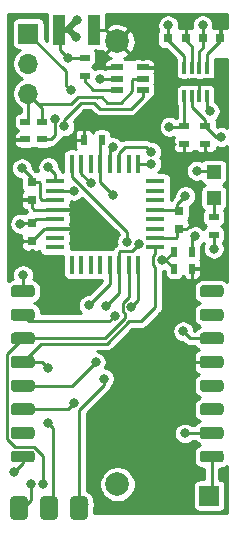
<source format=gbr>
G04 #@! TF.GenerationSoftware,KiCad,Pcbnew,(5.1.5)-3*
G04 #@! TF.CreationDate,2020-01-09T06:37:15+01:00*
G04 #@! TF.ProjectId,LoraTrigger,4c6f7261-5472-4696-9767-65722e6b6963,rev?*
G04 #@! TF.SameCoordinates,Original*
G04 #@! TF.FileFunction,Copper,L1,Top*
G04 #@! TF.FilePolarity,Positive*
%FSLAX46Y46*%
G04 Gerber Fmt 4.6, Leading zero omitted, Abs format (unit mm)*
G04 Created by KiCad (PCBNEW (5.1.5)-3) date 2020-01-09 06:37:15*
%MOMM*%
%LPD*%
G04 APERTURE LIST*
%ADD10R,0.450000X1.600000*%
%ADD11R,1.600000X0.450000*%
%ADD12C,2.000000*%
%ADD13R,0.500000X0.900000*%
%ADD14R,1.000000X2.500000*%
%ADD15C,0.100000*%
%ADD16R,1.200000X1.200000*%
%ADD17R,1.700000X1.700000*%
%ADD18O,1.700000X1.700000*%
%ADD19R,0.750000X0.800000*%
%ADD20R,0.800000X0.750000*%
%ADD21R,0.900000X0.500000*%
%ADD22R,0.350000X1.000000*%
%ADD23R,1.060000X0.500000*%
%ADD24C,0.800000*%
%ADD25C,0.250000*%
%ADD26C,0.500000*%
%ADD27C,0.254000*%
G04 APERTURE END LIST*
D10*
X104600000Y-52450000D03*
X105400000Y-52450000D03*
X106200000Y-52450000D03*
X107000000Y-52450000D03*
X107800000Y-52450000D03*
X108600000Y-52450000D03*
X109400000Y-52450000D03*
X110200000Y-52450000D03*
D11*
X111650000Y-53900000D03*
X111650000Y-54700000D03*
X111650000Y-55500000D03*
X111650000Y-56300000D03*
X111650000Y-57100000D03*
X111650000Y-57900000D03*
X111650000Y-58700000D03*
X111650000Y-59500000D03*
D10*
X110200000Y-60950000D03*
X109400000Y-60950000D03*
X108600000Y-60950000D03*
X107800000Y-60950000D03*
X107000000Y-60950000D03*
X106200000Y-60950000D03*
X105400000Y-60950000D03*
X104600000Y-60950000D03*
D11*
X103150000Y-59500000D03*
X103150000Y-58700000D03*
X103150000Y-57900000D03*
X103150000Y-57100000D03*
X103150000Y-56300000D03*
X103150000Y-55500000D03*
X103150000Y-54700000D03*
X103150000Y-53900000D03*
D12*
X108450000Y-42050000D03*
X108450000Y-79550000D03*
D13*
X114750000Y-59850000D03*
X113250000Y-59850000D03*
X114750000Y-61300000D03*
X113250000Y-61300000D03*
D14*
X106490000Y-41100000D03*
X103490000Y-41100000D03*
G04 #@! TA.AperFunction,ConnectorPad*
D15*
G36*
X100521756Y-80553806D02*
G01*
X100558159Y-80559206D01*
X100593857Y-80568147D01*
X100628506Y-80580545D01*
X100661774Y-80596280D01*
X100693339Y-80615199D01*
X100722897Y-80637121D01*
X100750165Y-80661835D01*
X100774879Y-80689103D01*
X100796801Y-80718661D01*
X100815720Y-80750226D01*
X100831455Y-80783494D01*
X100843853Y-80818143D01*
X100852794Y-80853841D01*
X100858194Y-80890244D01*
X100860000Y-80927000D01*
X100860000Y-82177000D01*
X100858194Y-82213756D01*
X100852794Y-82250159D01*
X100843853Y-82285857D01*
X100831455Y-82320506D01*
X100815720Y-82353774D01*
X100796801Y-82385339D01*
X100774879Y-82414897D01*
X100750165Y-82442165D01*
X100722897Y-82466879D01*
X100693339Y-82488801D01*
X100661774Y-82507720D01*
X100628506Y-82523455D01*
X100593857Y-82535853D01*
X100558159Y-82544794D01*
X100521756Y-82550194D01*
X100485000Y-82552000D01*
X99735000Y-82552000D01*
X99698244Y-82550194D01*
X99661841Y-82544794D01*
X99626143Y-82535853D01*
X99591494Y-82523455D01*
X99558226Y-82507720D01*
X99526661Y-82488801D01*
X99497103Y-82466879D01*
X99469835Y-82442165D01*
X99445121Y-82414897D01*
X99423199Y-82385339D01*
X99404280Y-82353774D01*
X99388545Y-82320506D01*
X99376147Y-82285857D01*
X99367206Y-82250159D01*
X99361806Y-82213756D01*
X99360000Y-82177000D01*
X99360000Y-80927000D01*
X99361806Y-80890244D01*
X99367206Y-80853841D01*
X99376147Y-80818143D01*
X99388545Y-80783494D01*
X99404280Y-80750226D01*
X99423199Y-80718661D01*
X99445121Y-80689103D01*
X99469835Y-80661835D01*
X99497103Y-80637121D01*
X99526661Y-80615199D01*
X99558226Y-80596280D01*
X99591494Y-80580545D01*
X99626143Y-80568147D01*
X99661841Y-80559206D01*
X99698244Y-80553806D01*
X99735000Y-80552000D01*
X100485000Y-80552000D01*
X100521756Y-80553806D01*
G37*
G04 #@! TD.AperFunction*
G04 #@! TA.AperFunction,ConnectorPad*
G36*
X103061756Y-80553806D02*
G01*
X103098159Y-80559206D01*
X103133857Y-80568147D01*
X103168506Y-80580545D01*
X103201774Y-80596280D01*
X103233339Y-80615199D01*
X103262897Y-80637121D01*
X103290165Y-80661835D01*
X103314879Y-80689103D01*
X103336801Y-80718661D01*
X103355720Y-80750226D01*
X103371455Y-80783494D01*
X103383853Y-80818143D01*
X103392794Y-80853841D01*
X103398194Y-80890244D01*
X103400000Y-80927000D01*
X103400000Y-82177000D01*
X103398194Y-82213756D01*
X103392794Y-82250159D01*
X103383853Y-82285857D01*
X103371455Y-82320506D01*
X103355720Y-82353774D01*
X103336801Y-82385339D01*
X103314879Y-82414897D01*
X103290165Y-82442165D01*
X103262897Y-82466879D01*
X103233339Y-82488801D01*
X103201774Y-82507720D01*
X103168506Y-82523455D01*
X103133857Y-82535853D01*
X103098159Y-82544794D01*
X103061756Y-82550194D01*
X103025000Y-82552000D01*
X102275000Y-82552000D01*
X102238244Y-82550194D01*
X102201841Y-82544794D01*
X102166143Y-82535853D01*
X102131494Y-82523455D01*
X102098226Y-82507720D01*
X102066661Y-82488801D01*
X102037103Y-82466879D01*
X102009835Y-82442165D01*
X101985121Y-82414897D01*
X101963199Y-82385339D01*
X101944280Y-82353774D01*
X101928545Y-82320506D01*
X101916147Y-82285857D01*
X101907206Y-82250159D01*
X101901806Y-82213756D01*
X101900000Y-82177000D01*
X101900000Y-80927000D01*
X101901806Y-80890244D01*
X101907206Y-80853841D01*
X101916147Y-80818143D01*
X101928545Y-80783494D01*
X101944280Y-80750226D01*
X101963199Y-80718661D01*
X101985121Y-80689103D01*
X102009835Y-80661835D01*
X102037103Y-80637121D01*
X102066661Y-80615199D01*
X102098226Y-80596280D01*
X102131494Y-80580545D01*
X102166143Y-80568147D01*
X102201841Y-80559206D01*
X102238244Y-80553806D01*
X102275000Y-80552000D01*
X103025000Y-80552000D01*
X103061756Y-80553806D01*
G37*
G04 #@! TD.AperFunction*
G04 #@! TA.AperFunction,ConnectorPad*
G36*
X105601756Y-80553806D02*
G01*
X105638159Y-80559206D01*
X105673857Y-80568147D01*
X105708506Y-80580545D01*
X105741774Y-80596280D01*
X105773339Y-80615199D01*
X105802897Y-80637121D01*
X105830165Y-80661835D01*
X105854879Y-80689103D01*
X105876801Y-80718661D01*
X105895720Y-80750226D01*
X105911455Y-80783494D01*
X105923853Y-80818143D01*
X105932794Y-80853841D01*
X105938194Y-80890244D01*
X105940000Y-80927000D01*
X105940000Y-82177000D01*
X105938194Y-82213756D01*
X105932794Y-82250159D01*
X105923853Y-82285857D01*
X105911455Y-82320506D01*
X105895720Y-82353774D01*
X105876801Y-82385339D01*
X105854879Y-82414897D01*
X105830165Y-82442165D01*
X105802897Y-82466879D01*
X105773339Y-82488801D01*
X105741774Y-82507720D01*
X105708506Y-82523455D01*
X105673857Y-82535853D01*
X105638159Y-82544794D01*
X105601756Y-82550194D01*
X105565000Y-82552000D01*
X104815000Y-82552000D01*
X104778244Y-82550194D01*
X104741841Y-82544794D01*
X104706143Y-82535853D01*
X104671494Y-82523455D01*
X104638226Y-82507720D01*
X104606661Y-82488801D01*
X104577103Y-82466879D01*
X104549835Y-82442165D01*
X104525121Y-82414897D01*
X104503199Y-82385339D01*
X104484280Y-82353774D01*
X104468545Y-82320506D01*
X104456147Y-82285857D01*
X104447206Y-82250159D01*
X104441806Y-82213756D01*
X104440000Y-82177000D01*
X104440000Y-80927000D01*
X104441806Y-80890244D01*
X104447206Y-80853841D01*
X104456147Y-80818143D01*
X104468545Y-80783494D01*
X104484280Y-80750226D01*
X104503199Y-80718661D01*
X104525121Y-80689103D01*
X104549835Y-80661835D01*
X104577103Y-80637121D01*
X104606661Y-80615199D01*
X104638226Y-80596280D01*
X104671494Y-80580545D01*
X104706143Y-80568147D01*
X104741841Y-80559206D01*
X104778244Y-80553806D01*
X104815000Y-80552000D01*
X105565000Y-80552000D01*
X105601756Y-80553806D01*
G37*
G04 #@! TD.AperFunction*
D16*
X116600000Y-55300000D03*
X116600000Y-53100000D03*
D17*
X116205000Y-80518000D03*
G04 #@! TA.AperFunction,SMDPad,CuDef*
D15*
G36*
X101200504Y-76701204D02*
G01*
X101224773Y-76704804D01*
X101248571Y-76710765D01*
X101271671Y-76719030D01*
X101293849Y-76729520D01*
X101314893Y-76742133D01*
X101334598Y-76756747D01*
X101352777Y-76773223D01*
X101369253Y-76791402D01*
X101383867Y-76811107D01*
X101396480Y-76832151D01*
X101406970Y-76854329D01*
X101415235Y-76877429D01*
X101421196Y-76901227D01*
X101424796Y-76925496D01*
X101426000Y-76950000D01*
X101426000Y-77450000D01*
X101424796Y-77474504D01*
X101421196Y-77498773D01*
X101415235Y-77522571D01*
X101406970Y-77545671D01*
X101396480Y-77567849D01*
X101383867Y-77588893D01*
X101369253Y-77608598D01*
X101352777Y-77626777D01*
X101334598Y-77643253D01*
X101314893Y-77657867D01*
X101293849Y-77670480D01*
X101271671Y-77680970D01*
X101248571Y-77689235D01*
X101224773Y-77695196D01*
X101200504Y-77698796D01*
X101176000Y-77700000D01*
X99676000Y-77700000D01*
X99651496Y-77698796D01*
X99627227Y-77695196D01*
X99603429Y-77689235D01*
X99580329Y-77680970D01*
X99558151Y-77670480D01*
X99537107Y-77657867D01*
X99517402Y-77643253D01*
X99499223Y-77626777D01*
X99482747Y-77608598D01*
X99468133Y-77588893D01*
X99455520Y-77567849D01*
X99445030Y-77545671D01*
X99436765Y-77522571D01*
X99430804Y-77498773D01*
X99427204Y-77474504D01*
X99426000Y-77450000D01*
X99426000Y-76950000D01*
X99427204Y-76925496D01*
X99430804Y-76901227D01*
X99436765Y-76877429D01*
X99445030Y-76854329D01*
X99455520Y-76832151D01*
X99468133Y-76811107D01*
X99482747Y-76791402D01*
X99499223Y-76773223D01*
X99517402Y-76756747D01*
X99537107Y-76742133D01*
X99558151Y-76729520D01*
X99580329Y-76719030D01*
X99603429Y-76710765D01*
X99627227Y-76704804D01*
X99651496Y-76701204D01*
X99676000Y-76700000D01*
X101176000Y-76700000D01*
X101200504Y-76701204D01*
G37*
G04 #@! TD.AperFunction*
G04 #@! TA.AperFunction,SMDPad,CuDef*
G36*
X101200504Y-74701204D02*
G01*
X101224773Y-74704804D01*
X101248571Y-74710765D01*
X101271671Y-74719030D01*
X101293849Y-74729520D01*
X101314893Y-74742133D01*
X101334598Y-74756747D01*
X101352777Y-74773223D01*
X101369253Y-74791402D01*
X101383867Y-74811107D01*
X101396480Y-74832151D01*
X101406970Y-74854329D01*
X101415235Y-74877429D01*
X101421196Y-74901227D01*
X101424796Y-74925496D01*
X101426000Y-74950000D01*
X101426000Y-75450000D01*
X101424796Y-75474504D01*
X101421196Y-75498773D01*
X101415235Y-75522571D01*
X101406970Y-75545671D01*
X101396480Y-75567849D01*
X101383867Y-75588893D01*
X101369253Y-75608598D01*
X101352777Y-75626777D01*
X101334598Y-75643253D01*
X101314893Y-75657867D01*
X101293849Y-75670480D01*
X101271671Y-75680970D01*
X101248571Y-75689235D01*
X101224773Y-75695196D01*
X101200504Y-75698796D01*
X101176000Y-75700000D01*
X99676000Y-75700000D01*
X99651496Y-75698796D01*
X99627227Y-75695196D01*
X99603429Y-75689235D01*
X99580329Y-75680970D01*
X99558151Y-75670480D01*
X99537107Y-75657867D01*
X99517402Y-75643253D01*
X99499223Y-75626777D01*
X99482747Y-75608598D01*
X99468133Y-75588893D01*
X99455520Y-75567849D01*
X99445030Y-75545671D01*
X99436765Y-75522571D01*
X99430804Y-75498773D01*
X99427204Y-75474504D01*
X99426000Y-75450000D01*
X99426000Y-74950000D01*
X99427204Y-74925496D01*
X99430804Y-74901227D01*
X99436765Y-74877429D01*
X99445030Y-74854329D01*
X99455520Y-74832151D01*
X99468133Y-74811107D01*
X99482747Y-74791402D01*
X99499223Y-74773223D01*
X99517402Y-74756747D01*
X99537107Y-74742133D01*
X99558151Y-74729520D01*
X99580329Y-74719030D01*
X99603429Y-74710765D01*
X99627227Y-74704804D01*
X99651496Y-74701204D01*
X99676000Y-74700000D01*
X101176000Y-74700000D01*
X101200504Y-74701204D01*
G37*
G04 #@! TD.AperFunction*
G04 #@! TA.AperFunction,SMDPad,CuDef*
G36*
X101200504Y-72701204D02*
G01*
X101224773Y-72704804D01*
X101248571Y-72710765D01*
X101271671Y-72719030D01*
X101293849Y-72729520D01*
X101314893Y-72742133D01*
X101334598Y-72756747D01*
X101352777Y-72773223D01*
X101369253Y-72791402D01*
X101383867Y-72811107D01*
X101396480Y-72832151D01*
X101406970Y-72854329D01*
X101415235Y-72877429D01*
X101421196Y-72901227D01*
X101424796Y-72925496D01*
X101426000Y-72950000D01*
X101426000Y-73450000D01*
X101424796Y-73474504D01*
X101421196Y-73498773D01*
X101415235Y-73522571D01*
X101406970Y-73545671D01*
X101396480Y-73567849D01*
X101383867Y-73588893D01*
X101369253Y-73608598D01*
X101352777Y-73626777D01*
X101334598Y-73643253D01*
X101314893Y-73657867D01*
X101293849Y-73670480D01*
X101271671Y-73680970D01*
X101248571Y-73689235D01*
X101224773Y-73695196D01*
X101200504Y-73698796D01*
X101176000Y-73700000D01*
X99676000Y-73700000D01*
X99651496Y-73698796D01*
X99627227Y-73695196D01*
X99603429Y-73689235D01*
X99580329Y-73680970D01*
X99558151Y-73670480D01*
X99537107Y-73657867D01*
X99517402Y-73643253D01*
X99499223Y-73626777D01*
X99482747Y-73608598D01*
X99468133Y-73588893D01*
X99455520Y-73567849D01*
X99445030Y-73545671D01*
X99436765Y-73522571D01*
X99430804Y-73498773D01*
X99427204Y-73474504D01*
X99426000Y-73450000D01*
X99426000Y-72950000D01*
X99427204Y-72925496D01*
X99430804Y-72901227D01*
X99436765Y-72877429D01*
X99445030Y-72854329D01*
X99455520Y-72832151D01*
X99468133Y-72811107D01*
X99482747Y-72791402D01*
X99499223Y-72773223D01*
X99517402Y-72756747D01*
X99537107Y-72742133D01*
X99558151Y-72729520D01*
X99580329Y-72719030D01*
X99603429Y-72710765D01*
X99627227Y-72704804D01*
X99651496Y-72701204D01*
X99676000Y-72700000D01*
X101176000Y-72700000D01*
X101200504Y-72701204D01*
G37*
G04 #@! TD.AperFunction*
G04 #@! TA.AperFunction,SMDPad,CuDef*
G36*
X101200504Y-70701204D02*
G01*
X101224773Y-70704804D01*
X101248571Y-70710765D01*
X101271671Y-70719030D01*
X101293849Y-70729520D01*
X101314893Y-70742133D01*
X101334598Y-70756747D01*
X101352777Y-70773223D01*
X101369253Y-70791402D01*
X101383867Y-70811107D01*
X101396480Y-70832151D01*
X101406970Y-70854329D01*
X101415235Y-70877429D01*
X101421196Y-70901227D01*
X101424796Y-70925496D01*
X101426000Y-70950000D01*
X101426000Y-71450000D01*
X101424796Y-71474504D01*
X101421196Y-71498773D01*
X101415235Y-71522571D01*
X101406970Y-71545671D01*
X101396480Y-71567849D01*
X101383867Y-71588893D01*
X101369253Y-71608598D01*
X101352777Y-71626777D01*
X101334598Y-71643253D01*
X101314893Y-71657867D01*
X101293849Y-71670480D01*
X101271671Y-71680970D01*
X101248571Y-71689235D01*
X101224773Y-71695196D01*
X101200504Y-71698796D01*
X101176000Y-71700000D01*
X99676000Y-71700000D01*
X99651496Y-71698796D01*
X99627227Y-71695196D01*
X99603429Y-71689235D01*
X99580329Y-71680970D01*
X99558151Y-71670480D01*
X99537107Y-71657867D01*
X99517402Y-71643253D01*
X99499223Y-71626777D01*
X99482747Y-71608598D01*
X99468133Y-71588893D01*
X99455520Y-71567849D01*
X99445030Y-71545671D01*
X99436765Y-71522571D01*
X99430804Y-71498773D01*
X99427204Y-71474504D01*
X99426000Y-71450000D01*
X99426000Y-70950000D01*
X99427204Y-70925496D01*
X99430804Y-70901227D01*
X99436765Y-70877429D01*
X99445030Y-70854329D01*
X99455520Y-70832151D01*
X99468133Y-70811107D01*
X99482747Y-70791402D01*
X99499223Y-70773223D01*
X99517402Y-70756747D01*
X99537107Y-70742133D01*
X99558151Y-70729520D01*
X99580329Y-70719030D01*
X99603429Y-70710765D01*
X99627227Y-70704804D01*
X99651496Y-70701204D01*
X99676000Y-70700000D01*
X101176000Y-70700000D01*
X101200504Y-70701204D01*
G37*
G04 #@! TD.AperFunction*
G04 #@! TA.AperFunction,SMDPad,CuDef*
G36*
X101200504Y-68701204D02*
G01*
X101224773Y-68704804D01*
X101248571Y-68710765D01*
X101271671Y-68719030D01*
X101293849Y-68729520D01*
X101314893Y-68742133D01*
X101334598Y-68756747D01*
X101352777Y-68773223D01*
X101369253Y-68791402D01*
X101383867Y-68811107D01*
X101396480Y-68832151D01*
X101406970Y-68854329D01*
X101415235Y-68877429D01*
X101421196Y-68901227D01*
X101424796Y-68925496D01*
X101426000Y-68950000D01*
X101426000Y-69450000D01*
X101424796Y-69474504D01*
X101421196Y-69498773D01*
X101415235Y-69522571D01*
X101406970Y-69545671D01*
X101396480Y-69567849D01*
X101383867Y-69588893D01*
X101369253Y-69608598D01*
X101352777Y-69626777D01*
X101334598Y-69643253D01*
X101314893Y-69657867D01*
X101293849Y-69670480D01*
X101271671Y-69680970D01*
X101248571Y-69689235D01*
X101224773Y-69695196D01*
X101200504Y-69698796D01*
X101176000Y-69700000D01*
X99676000Y-69700000D01*
X99651496Y-69698796D01*
X99627227Y-69695196D01*
X99603429Y-69689235D01*
X99580329Y-69680970D01*
X99558151Y-69670480D01*
X99537107Y-69657867D01*
X99517402Y-69643253D01*
X99499223Y-69626777D01*
X99482747Y-69608598D01*
X99468133Y-69588893D01*
X99455520Y-69567849D01*
X99445030Y-69545671D01*
X99436765Y-69522571D01*
X99430804Y-69498773D01*
X99427204Y-69474504D01*
X99426000Y-69450000D01*
X99426000Y-68950000D01*
X99427204Y-68925496D01*
X99430804Y-68901227D01*
X99436765Y-68877429D01*
X99445030Y-68854329D01*
X99455520Y-68832151D01*
X99468133Y-68811107D01*
X99482747Y-68791402D01*
X99499223Y-68773223D01*
X99517402Y-68756747D01*
X99537107Y-68742133D01*
X99558151Y-68729520D01*
X99580329Y-68719030D01*
X99603429Y-68710765D01*
X99627227Y-68704804D01*
X99651496Y-68701204D01*
X99676000Y-68700000D01*
X101176000Y-68700000D01*
X101200504Y-68701204D01*
G37*
G04 #@! TD.AperFunction*
G04 #@! TA.AperFunction,SMDPad,CuDef*
G36*
X101200504Y-66701204D02*
G01*
X101224773Y-66704804D01*
X101248571Y-66710765D01*
X101271671Y-66719030D01*
X101293849Y-66729520D01*
X101314893Y-66742133D01*
X101334598Y-66756747D01*
X101352777Y-66773223D01*
X101369253Y-66791402D01*
X101383867Y-66811107D01*
X101396480Y-66832151D01*
X101406970Y-66854329D01*
X101415235Y-66877429D01*
X101421196Y-66901227D01*
X101424796Y-66925496D01*
X101426000Y-66950000D01*
X101426000Y-67450000D01*
X101424796Y-67474504D01*
X101421196Y-67498773D01*
X101415235Y-67522571D01*
X101406970Y-67545671D01*
X101396480Y-67567849D01*
X101383867Y-67588893D01*
X101369253Y-67608598D01*
X101352777Y-67626777D01*
X101334598Y-67643253D01*
X101314893Y-67657867D01*
X101293849Y-67670480D01*
X101271671Y-67680970D01*
X101248571Y-67689235D01*
X101224773Y-67695196D01*
X101200504Y-67698796D01*
X101176000Y-67700000D01*
X99676000Y-67700000D01*
X99651496Y-67698796D01*
X99627227Y-67695196D01*
X99603429Y-67689235D01*
X99580329Y-67680970D01*
X99558151Y-67670480D01*
X99537107Y-67657867D01*
X99517402Y-67643253D01*
X99499223Y-67626777D01*
X99482747Y-67608598D01*
X99468133Y-67588893D01*
X99455520Y-67567849D01*
X99445030Y-67545671D01*
X99436765Y-67522571D01*
X99430804Y-67498773D01*
X99427204Y-67474504D01*
X99426000Y-67450000D01*
X99426000Y-66950000D01*
X99427204Y-66925496D01*
X99430804Y-66901227D01*
X99436765Y-66877429D01*
X99445030Y-66854329D01*
X99455520Y-66832151D01*
X99468133Y-66811107D01*
X99482747Y-66791402D01*
X99499223Y-66773223D01*
X99517402Y-66756747D01*
X99537107Y-66742133D01*
X99558151Y-66729520D01*
X99580329Y-66719030D01*
X99603429Y-66710765D01*
X99627227Y-66704804D01*
X99651496Y-66701204D01*
X99676000Y-66700000D01*
X101176000Y-66700000D01*
X101200504Y-66701204D01*
G37*
G04 #@! TD.AperFunction*
G04 #@! TA.AperFunction,SMDPad,CuDef*
G36*
X101200504Y-64701204D02*
G01*
X101224773Y-64704804D01*
X101248571Y-64710765D01*
X101271671Y-64719030D01*
X101293849Y-64729520D01*
X101314893Y-64742133D01*
X101334598Y-64756747D01*
X101352777Y-64773223D01*
X101369253Y-64791402D01*
X101383867Y-64811107D01*
X101396480Y-64832151D01*
X101406970Y-64854329D01*
X101415235Y-64877429D01*
X101421196Y-64901227D01*
X101424796Y-64925496D01*
X101426000Y-64950000D01*
X101426000Y-65450000D01*
X101424796Y-65474504D01*
X101421196Y-65498773D01*
X101415235Y-65522571D01*
X101406970Y-65545671D01*
X101396480Y-65567849D01*
X101383867Y-65588893D01*
X101369253Y-65608598D01*
X101352777Y-65626777D01*
X101334598Y-65643253D01*
X101314893Y-65657867D01*
X101293849Y-65670480D01*
X101271671Y-65680970D01*
X101248571Y-65689235D01*
X101224773Y-65695196D01*
X101200504Y-65698796D01*
X101176000Y-65700000D01*
X99676000Y-65700000D01*
X99651496Y-65698796D01*
X99627227Y-65695196D01*
X99603429Y-65689235D01*
X99580329Y-65680970D01*
X99558151Y-65670480D01*
X99537107Y-65657867D01*
X99517402Y-65643253D01*
X99499223Y-65626777D01*
X99482747Y-65608598D01*
X99468133Y-65588893D01*
X99455520Y-65567849D01*
X99445030Y-65545671D01*
X99436765Y-65522571D01*
X99430804Y-65498773D01*
X99427204Y-65474504D01*
X99426000Y-65450000D01*
X99426000Y-64950000D01*
X99427204Y-64925496D01*
X99430804Y-64901227D01*
X99436765Y-64877429D01*
X99445030Y-64854329D01*
X99455520Y-64832151D01*
X99468133Y-64811107D01*
X99482747Y-64791402D01*
X99499223Y-64773223D01*
X99517402Y-64756747D01*
X99537107Y-64742133D01*
X99558151Y-64729520D01*
X99580329Y-64719030D01*
X99603429Y-64710765D01*
X99627227Y-64704804D01*
X99651496Y-64701204D01*
X99676000Y-64700000D01*
X101176000Y-64700000D01*
X101200504Y-64701204D01*
G37*
G04 #@! TD.AperFunction*
G04 #@! TA.AperFunction,SMDPad,CuDef*
G36*
X101200504Y-62701204D02*
G01*
X101224773Y-62704804D01*
X101248571Y-62710765D01*
X101271671Y-62719030D01*
X101293849Y-62729520D01*
X101314893Y-62742133D01*
X101334598Y-62756747D01*
X101352777Y-62773223D01*
X101369253Y-62791402D01*
X101383867Y-62811107D01*
X101396480Y-62832151D01*
X101406970Y-62854329D01*
X101415235Y-62877429D01*
X101421196Y-62901227D01*
X101424796Y-62925496D01*
X101426000Y-62950000D01*
X101426000Y-63450000D01*
X101424796Y-63474504D01*
X101421196Y-63498773D01*
X101415235Y-63522571D01*
X101406970Y-63545671D01*
X101396480Y-63567849D01*
X101383867Y-63588893D01*
X101369253Y-63608598D01*
X101352777Y-63626777D01*
X101334598Y-63643253D01*
X101314893Y-63657867D01*
X101293849Y-63670480D01*
X101271671Y-63680970D01*
X101248571Y-63689235D01*
X101224773Y-63695196D01*
X101200504Y-63698796D01*
X101176000Y-63700000D01*
X99676000Y-63700000D01*
X99651496Y-63698796D01*
X99627227Y-63695196D01*
X99603429Y-63689235D01*
X99580329Y-63680970D01*
X99558151Y-63670480D01*
X99537107Y-63657867D01*
X99517402Y-63643253D01*
X99499223Y-63626777D01*
X99482747Y-63608598D01*
X99468133Y-63588893D01*
X99455520Y-63567849D01*
X99445030Y-63545671D01*
X99436765Y-63522571D01*
X99430804Y-63498773D01*
X99427204Y-63474504D01*
X99426000Y-63450000D01*
X99426000Y-62950000D01*
X99427204Y-62925496D01*
X99430804Y-62901227D01*
X99436765Y-62877429D01*
X99445030Y-62854329D01*
X99455520Y-62832151D01*
X99468133Y-62811107D01*
X99482747Y-62791402D01*
X99499223Y-62773223D01*
X99517402Y-62756747D01*
X99537107Y-62742133D01*
X99558151Y-62729520D01*
X99580329Y-62719030D01*
X99603429Y-62710765D01*
X99627227Y-62704804D01*
X99651496Y-62701204D01*
X99676000Y-62700000D01*
X101176000Y-62700000D01*
X101200504Y-62701204D01*
G37*
G04 #@! TD.AperFunction*
G04 #@! TA.AperFunction,SMDPad,CuDef*
G36*
X117200504Y-76701204D02*
G01*
X117224773Y-76704804D01*
X117248571Y-76710765D01*
X117271671Y-76719030D01*
X117293849Y-76729520D01*
X117314893Y-76742133D01*
X117334598Y-76756747D01*
X117352777Y-76773223D01*
X117369253Y-76791402D01*
X117383867Y-76811107D01*
X117396480Y-76832151D01*
X117406970Y-76854329D01*
X117415235Y-76877429D01*
X117421196Y-76901227D01*
X117424796Y-76925496D01*
X117426000Y-76950000D01*
X117426000Y-77450000D01*
X117424796Y-77474504D01*
X117421196Y-77498773D01*
X117415235Y-77522571D01*
X117406970Y-77545671D01*
X117396480Y-77567849D01*
X117383867Y-77588893D01*
X117369253Y-77608598D01*
X117352777Y-77626777D01*
X117334598Y-77643253D01*
X117314893Y-77657867D01*
X117293849Y-77670480D01*
X117271671Y-77680970D01*
X117248571Y-77689235D01*
X117224773Y-77695196D01*
X117200504Y-77698796D01*
X117176000Y-77700000D01*
X115676000Y-77700000D01*
X115651496Y-77698796D01*
X115627227Y-77695196D01*
X115603429Y-77689235D01*
X115580329Y-77680970D01*
X115558151Y-77670480D01*
X115537107Y-77657867D01*
X115517402Y-77643253D01*
X115499223Y-77626777D01*
X115482747Y-77608598D01*
X115468133Y-77588893D01*
X115455520Y-77567849D01*
X115445030Y-77545671D01*
X115436765Y-77522571D01*
X115430804Y-77498773D01*
X115427204Y-77474504D01*
X115426000Y-77450000D01*
X115426000Y-76950000D01*
X115427204Y-76925496D01*
X115430804Y-76901227D01*
X115436765Y-76877429D01*
X115445030Y-76854329D01*
X115455520Y-76832151D01*
X115468133Y-76811107D01*
X115482747Y-76791402D01*
X115499223Y-76773223D01*
X115517402Y-76756747D01*
X115537107Y-76742133D01*
X115558151Y-76729520D01*
X115580329Y-76719030D01*
X115603429Y-76710765D01*
X115627227Y-76704804D01*
X115651496Y-76701204D01*
X115676000Y-76700000D01*
X117176000Y-76700000D01*
X117200504Y-76701204D01*
G37*
G04 #@! TD.AperFunction*
G04 #@! TA.AperFunction,SMDPad,CuDef*
G36*
X117200504Y-74701204D02*
G01*
X117224773Y-74704804D01*
X117248571Y-74710765D01*
X117271671Y-74719030D01*
X117293849Y-74729520D01*
X117314893Y-74742133D01*
X117334598Y-74756747D01*
X117352777Y-74773223D01*
X117369253Y-74791402D01*
X117383867Y-74811107D01*
X117396480Y-74832151D01*
X117406970Y-74854329D01*
X117415235Y-74877429D01*
X117421196Y-74901227D01*
X117424796Y-74925496D01*
X117426000Y-74950000D01*
X117426000Y-75450000D01*
X117424796Y-75474504D01*
X117421196Y-75498773D01*
X117415235Y-75522571D01*
X117406970Y-75545671D01*
X117396480Y-75567849D01*
X117383867Y-75588893D01*
X117369253Y-75608598D01*
X117352777Y-75626777D01*
X117334598Y-75643253D01*
X117314893Y-75657867D01*
X117293849Y-75670480D01*
X117271671Y-75680970D01*
X117248571Y-75689235D01*
X117224773Y-75695196D01*
X117200504Y-75698796D01*
X117176000Y-75700000D01*
X115676000Y-75700000D01*
X115651496Y-75698796D01*
X115627227Y-75695196D01*
X115603429Y-75689235D01*
X115580329Y-75680970D01*
X115558151Y-75670480D01*
X115537107Y-75657867D01*
X115517402Y-75643253D01*
X115499223Y-75626777D01*
X115482747Y-75608598D01*
X115468133Y-75588893D01*
X115455520Y-75567849D01*
X115445030Y-75545671D01*
X115436765Y-75522571D01*
X115430804Y-75498773D01*
X115427204Y-75474504D01*
X115426000Y-75450000D01*
X115426000Y-74950000D01*
X115427204Y-74925496D01*
X115430804Y-74901227D01*
X115436765Y-74877429D01*
X115445030Y-74854329D01*
X115455520Y-74832151D01*
X115468133Y-74811107D01*
X115482747Y-74791402D01*
X115499223Y-74773223D01*
X115517402Y-74756747D01*
X115537107Y-74742133D01*
X115558151Y-74729520D01*
X115580329Y-74719030D01*
X115603429Y-74710765D01*
X115627227Y-74704804D01*
X115651496Y-74701204D01*
X115676000Y-74700000D01*
X117176000Y-74700000D01*
X117200504Y-74701204D01*
G37*
G04 #@! TD.AperFunction*
G04 #@! TA.AperFunction,SMDPad,CuDef*
G36*
X117200504Y-72701204D02*
G01*
X117224773Y-72704804D01*
X117248571Y-72710765D01*
X117271671Y-72719030D01*
X117293849Y-72729520D01*
X117314893Y-72742133D01*
X117334598Y-72756747D01*
X117352777Y-72773223D01*
X117369253Y-72791402D01*
X117383867Y-72811107D01*
X117396480Y-72832151D01*
X117406970Y-72854329D01*
X117415235Y-72877429D01*
X117421196Y-72901227D01*
X117424796Y-72925496D01*
X117426000Y-72950000D01*
X117426000Y-73450000D01*
X117424796Y-73474504D01*
X117421196Y-73498773D01*
X117415235Y-73522571D01*
X117406970Y-73545671D01*
X117396480Y-73567849D01*
X117383867Y-73588893D01*
X117369253Y-73608598D01*
X117352777Y-73626777D01*
X117334598Y-73643253D01*
X117314893Y-73657867D01*
X117293849Y-73670480D01*
X117271671Y-73680970D01*
X117248571Y-73689235D01*
X117224773Y-73695196D01*
X117200504Y-73698796D01*
X117176000Y-73700000D01*
X115676000Y-73700000D01*
X115651496Y-73698796D01*
X115627227Y-73695196D01*
X115603429Y-73689235D01*
X115580329Y-73680970D01*
X115558151Y-73670480D01*
X115537107Y-73657867D01*
X115517402Y-73643253D01*
X115499223Y-73626777D01*
X115482747Y-73608598D01*
X115468133Y-73588893D01*
X115455520Y-73567849D01*
X115445030Y-73545671D01*
X115436765Y-73522571D01*
X115430804Y-73498773D01*
X115427204Y-73474504D01*
X115426000Y-73450000D01*
X115426000Y-72950000D01*
X115427204Y-72925496D01*
X115430804Y-72901227D01*
X115436765Y-72877429D01*
X115445030Y-72854329D01*
X115455520Y-72832151D01*
X115468133Y-72811107D01*
X115482747Y-72791402D01*
X115499223Y-72773223D01*
X115517402Y-72756747D01*
X115537107Y-72742133D01*
X115558151Y-72729520D01*
X115580329Y-72719030D01*
X115603429Y-72710765D01*
X115627227Y-72704804D01*
X115651496Y-72701204D01*
X115676000Y-72700000D01*
X117176000Y-72700000D01*
X117200504Y-72701204D01*
G37*
G04 #@! TD.AperFunction*
G04 #@! TA.AperFunction,SMDPad,CuDef*
G36*
X117200504Y-70701204D02*
G01*
X117224773Y-70704804D01*
X117248571Y-70710765D01*
X117271671Y-70719030D01*
X117293849Y-70729520D01*
X117314893Y-70742133D01*
X117334598Y-70756747D01*
X117352777Y-70773223D01*
X117369253Y-70791402D01*
X117383867Y-70811107D01*
X117396480Y-70832151D01*
X117406970Y-70854329D01*
X117415235Y-70877429D01*
X117421196Y-70901227D01*
X117424796Y-70925496D01*
X117426000Y-70950000D01*
X117426000Y-71450000D01*
X117424796Y-71474504D01*
X117421196Y-71498773D01*
X117415235Y-71522571D01*
X117406970Y-71545671D01*
X117396480Y-71567849D01*
X117383867Y-71588893D01*
X117369253Y-71608598D01*
X117352777Y-71626777D01*
X117334598Y-71643253D01*
X117314893Y-71657867D01*
X117293849Y-71670480D01*
X117271671Y-71680970D01*
X117248571Y-71689235D01*
X117224773Y-71695196D01*
X117200504Y-71698796D01*
X117176000Y-71700000D01*
X115676000Y-71700000D01*
X115651496Y-71698796D01*
X115627227Y-71695196D01*
X115603429Y-71689235D01*
X115580329Y-71680970D01*
X115558151Y-71670480D01*
X115537107Y-71657867D01*
X115517402Y-71643253D01*
X115499223Y-71626777D01*
X115482747Y-71608598D01*
X115468133Y-71588893D01*
X115455520Y-71567849D01*
X115445030Y-71545671D01*
X115436765Y-71522571D01*
X115430804Y-71498773D01*
X115427204Y-71474504D01*
X115426000Y-71450000D01*
X115426000Y-70950000D01*
X115427204Y-70925496D01*
X115430804Y-70901227D01*
X115436765Y-70877429D01*
X115445030Y-70854329D01*
X115455520Y-70832151D01*
X115468133Y-70811107D01*
X115482747Y-70791402D01*
X115499223Y-70773223D01*
X115517402Y-70756747D01*
X115537107Y-70742133D01*
X115558151Y-70729520D01*
X115580329Y-70719030D01*
X115603429Y-70710765D01*
X115627227Y-70704804D01*
X115651496Y-70701204D01*
X115676000Y-70700000D01*
X117176000Y-70700000D01*
X117200504Y-70701204D01*
G37*
G04 #@! TD.AperFunction*
G04 #@! TA.AperFunction,SMDPad,CuDef*
G36*
X117200504Y-68701204D02*
G01*
X117224773Y-68704804D01*
X117248571Y-68710765D01*
X117271671Y-68719030D01*
X117293849Y-68729520D01*
X117314893Y-68742133D01*
X117334598Y-68756747D01*
X117352777Y-68773223D01*
X117369253Y-68791402D01*
X117383867Y-68811107D01*
X117396480Y-68832151D01*
X117406970Y-68854329D01*
X117415235Y-68877429D01*
X117421196Y-68901227D01*
X117424796Y-68925496D01*
X117426000Y-68950000D01*
X117426000Y-69450000D01*
X117424796Y-69474504D01*
X117421196Y-69498773D01*
X117415235Y-69522571D01*
X117406970Y-69545671D01*
X117396480Y-69567849D01*
X117383867Y-69588893D01*
X117369253Y-69608598D01*
X117352777Y-69626777D01*
X117334598Y-69643253D01*
X117314893Y-69657867D01*
X117293849Y-69670480D01*
X117271671Y-69680970D01*
X117248571Y-69689235D01*
X117224773Y-69695196D01*
X117200504Y-69698796D01*
X117176000Y-69700000D01*
X115676000Y-69700000D01*
X115651496Y-69698796D01*
X115627227Y-69695196D01*
X115603429Y-69689235D01*
X115580329Y-69680970D01*
X115558151Y-69670480D01*
X115537107Y-69657867D01*
X115517402Y-69643253D01*
X115499223Y-69626777D01*
X115482747Y-69608598D01*
X115468133Y-69588893D01*
X115455520Y-69567849D01*
X115445030Y-69545671D01*
X115436765Y-69522571D01*
X115430804Y-69498773D01*
X115427204Y-69474504D01*
X115426000Y-69450000D01*
X115426000Y-68950000D01*
X115427204Y-68925496D01*
X115430804Y-68901227D01*
X115436765Y-68877429D01*
X115445030Y-68854329D01*
X115455520Y-68832151D01*
X115468133Y-68811107D01*
X115482747Y-68791402D01*
X115499223Y-68773223D01*
X115517402Y-68756747D01*
X115537107Y-68742133D01*
X115558151Y-68729520D01*
X115580329Y-68719030D01*
X115603429Y-68710765D01*
X115627227Y-68704804D01*
X115651496Y-68701204D01*
X115676000Y-68700000D01*
X117176000Y-68700000D01*
X117200504Y-68701204D01*
G37*
G04 #@! TD.AperFunction*
G04 #@! TA.AperFunction,SMDPad,CuDef*
G36*
X117200504Y-66701204D02*
G01*
X117224773Y-66704804D01*
X117248571Y-66710765D01*
X117271671Y-66719030D01*
X117293849Y-66729520D01*
X117314893Y-66742133D01*
X117334598Y-66756747D01*
X117352777Y-66773223D01*
X117369253Y-66791402D01*
X117383867Y-66811107D01*
X117396480Y-66832151D01*
X117406970Y-66854329D01*
X117415235Y-66877429D01*
X117421196Y-66901227D01*
X117424796Y-66925496D01*
X117426000Y-66950000D01*
X117426000Y-67450000D01*
X117424796Y-67474504D01*
X117421196Y-67498773D01*
X117415235Y-67522571D01*
X117406970Y-67545671D01*
X117396480Y-67567849D01*
X117383867Y-67588893D01*
X117369253Y-67608598D01*
X117352777Y-67626777D01*
X117334598Y-67643253D01*
X117314893Y-67657867D01*
X117293849Y-67670480D01*
X117271671Y-67680970D01*
X117248571Y-67689235D01*
X117224773Y-67695196D01*
X117200504Y-67698796D01*
X117176000Y-67700000D01*
X115676000Y-67700000D01*
X115651496Y-67698796D01*
X115627227Y-67695196D01*
X115603429Y-67689235D01*
X115580329Y-67680970D01*
X115558151Y-67670480D01*
X115537107Y-67657867D01*
X115517402Y-67643253D01*
X115499223Y-67626777D01*
X115482747Y-67608598D01*
X115468133Y-67588893D01*
X115455520Y-67567849D01*
X115445030Y-67545671D01*
X115436765Y-67522571D01*
X115430804Y-67498773D01*
X115427204Y-67474504D01*
X115426000Y-67450000D01*
X115426000Y-66950000D01*
X115427204Y-66925496D01*
X115430804Y-66901227D01*
X115436765Y-66877429D01*
X115445030Y-66854329D01*
X115455520Y-66832151D01*
X115468133Y-66811107D01*
X115482747Y-66791402D01*
X115499223Y-66773223D01*
X115517402Y-66756747D01*
X115537107Y-66742133D01*
X115558151Y-66729520D01*
X115580329Y-66719030D01*
X115603429Y-66710765D01*
X115627227Y-66704804D01*
X115651496Y-66701204D01*
X115676000Y-66700000D01*
X117176000Y-66700000D01*
X117200504Y-66701204D01*
G37*
G04 #@! TD.AperFunction*
G04 #@! TA.AperFunction,SMDPad,CuDef*
G36*
X117200504Y-64701204D02*
G01*
X117224773Y-64704804D01*
X117248571Y-64710765D01*
X117271671Y-64719030D01*
X117293849Y-64729520D01*
X117314893Y-64742133D01*
X117334598Y-64756747D01*
X117352777Y-64773223D01*
X117369253Y-64791402D01*
X117383867Y-64811107D01*
X117396480Y-64832151D01*
X117406970Y-64854329D01*
X117415235Y-64877429D01*
X117421196Y-64901227D01*
X117424796Y-64925496D01*
X117426000Y-64950000D01*
X117426000Y-65450000D01*
X117424796Y-65474504D01*
X117421196Y-65498773D01*
X117415235Y-65522571D01*
X117406970Y-65545671D01*
X117396480Y-65567849D01*
X117383867Y-65588893D01*
X117369253Y-65608598D01*
X117352777Y-65626777D01*
X117334598Y-65643253D01*
X117314893Y-65657867D01*
X117293849Y-65670480D01*
X117271671Y-65680970D01*
X117248571Y-65689235D01*
X117224773Y-65695196D01*
X117200504Y-65698796D01*
X117176000Y-65700000D01*
X115676000Y-65700000D01*
X115651496Y-65698796D01*
X115627227Y-65695196D01*
X115603429Y-65689235D01*
X115580329Y-65680970D01*
X115558151Y-65670480D01*
X115537107Y-65657867D01*
X115517402Y-65643253D01*
X115499223Y-65626777D01*
X115482747Y-65608598D01*
X115468133Y-65588893D01*
X115455520Y-65567849D01*
X115445030Y-65545671D01*
X115436765Y-65522571D01*
X115430804Y-65498773D01*
X115427204Y-65474504D01*
X115426000Y-65450000D01*
X115426000Y-64950000D01*
X115427204Y-64925496D01*
X115430804Y-64901227D01*
X115436765Y-64877429D01*
X115445030Y-64854329D01*
X115455520Y-64832151D01*
X115468133Y-64811107D01*
X115482747Y-64791402D01*
X115499223Y-64773223D01*
X115517402Y-64756747D01*
X115537107Y-64742133D01*
X115558151Y-64729520D01*
X115580329Y-64719030D01*
X115603429Y-64710765D01*
X115627227Y-64704804D01*
X115651496Y-64701204D01*
X115676000Y-64700000D01*
X117176000Y-64700000D01*
X117200504Y-64701204D01*
G37*
G04 #@! TD.AperFunction*
G04 #@! TA.AperFunction,SMDPad,CuDef*
G36*
X117200504Y-62701204D02*
G01*
X117224773Y-62704804D01*
X117248571Y-62710765D01*
X117271671Y-62719030D01*
X117293849Y-62729520D01*
X117314893Y-62742133D01*
X117334598Y-62756747D01*
X117352777Y-62773223D01*
X117369253Y-62791402D01*
X117383867Y-62811107D01*
X117396480Y-62832151D01*
X117406970Y-62854329D01*
X117415235Y-62877429D01*
X117421196Y-62901227D01*
X117424796Y-62925496D01*
X117426000Y-62950000D01*
X117426000Y-63450000D01*
X117424796Y-63474504D01*
X117421196Y-63498773D01*
X117415235Y-63522571D01*
X117406970Y-63545671D01*
X117396480Y-63567849D01*
X117383867Y-63588893D01*
X117369253Y-63608598D01*
X117352777Y-63626777D01*
X117334598Y-63643253D01*
X117314893Y-63657867D01*
X117293849Y-63670480D01*
X117271671Y-63680970D01*
X117248571Y-63689235D01*
X117224773Y-63695196D01*
X117200504Y-63698796D01*
X117176000Y-63700000D01*
X115676000Y-63700000D01*
X115651496Y-63698796D01*
X115627227Y-63695196D01*
X115603429Y-63689235D01*
X115580329Y-63680970D01*
X115558151Y-63670480D01*
X115537107Y-63657867D01*
X115517402Y-63643253D01*
X115499223Y-63626777D01*
X115482747Y-63608598D01*
X115468133Y-63588893D01*
X115455520Y-63567849D01*
X115445030Y-63545671D01*
X115436765Y-63522571D01*
X115430804Y-63498773D01*
X115427204Y-63474504D01*
X115426000Y-63450000D01*
X115426000Y-62950000D01*
X115427204Y-62925496D01*
X115430804Y-62901227D01*
X115436765Y-62877429D01*
X115445030Y-62854329D01*
X115455520Y-62832151D01*
X115468133Y-62811107D01*
X115482747Y-62791402D01*
X115499223Y-62773223D01*
X115517402Y-62756747D01*
X115537107Y-62742133D01*
X115558151Y-62729520D01*
X115580329Y-62719030D01*
X115603429Y-62710765D01*
X115627227Y-62704804D01*
X115651496Y-62701204D01*
X115676000Y-62700000D01*
X117176000Y-62700000D01*
X117200504Y-62701204D01*
G37*
G04 #@! TD.AperFunction*
D18*
X100900000Y-46480000D03*
X100900000Y-43940000D03*
D17*
X100900000Y-41400000D03*
D19*
X101200000Y-57450000D03*
X101200000Y-58950000D03*
D20*
X117150000Y-41800000D03*
X115650000Y-41800000D03*
X112750000Y-41800000D03*
X114250000Y-41800000D03*
D19*
X113650000Y-56450000D03*
X113650000Y-57950000D03*
X101200000Y-55450000D03*
X101200000Y-53950000D03*
D21*
X105664000Y-43446000D03*
X105664000Y-44946000D03*
X116600000Y-58450000D03*
X116600000Y-56950000D03*
D13*
X107100000Y-50400000D03*
X105600000Y-50400000D03*
D21*
X100650000Y-50350000D03*
X100650000Y-48850000D03*
X114100000Y-49250000D03*
X114100000Y-50750000D03*
X115900000Y-50750000D03*
X115900000Y-49250000D03*
X102100000Y-50350000D03*
X102100000Y-48850000D03*
D22*
X116037000Y-44266000D03*
X115387000Y-44266000D03*
X114737000Y-44266000D03*
X114087000Y-44266000D03*
X114087000Y-46666000D03*
X114737000Y-46666000D03*
X115387000Y-46666000D03*
X116037000Y-46666000D03*
D23*
X110574000Y-45212000D03*
X110574000Y-44262000D03*
X110574000Y-46162000D03*
X108374000Y-46162000D03*
X108374000Y-45212000D03*
X108374000Y-44262000D03*
D24*
X106000000Y-64400000D03*
X104747677Y-72692688D03*
X107500000Y-64500000D03*
X106612547Y-69219717D03*
X110250013Y-59220854D03*
X112200000Y-60600000D03*
X102600000Y-69700000D03*
X102600000Y-74400000D03*
X102162660Y-79562660D03*
X108253338Y-65284932D03*
X109611190Y-64563490D03*
X107300000Y-70600000D03*
X114000000Y-66600000D03*
X109265026Y-59012453D03*
X101150000Y-79550000D03*
X108100000Y-55100000D03*
X100200000Y-57500000D03*
X114200000Y-55150000D03*
X99650000Y-78550000D03*
X114150000Y-75250000D03*
X116600000Y-59600000D03*
X116250000Y-47950000D03*
X115650000Y-40700000D03*
X112750000Y-40700000D03*
X107000000Y-45200000D03*
X104300000Y-43500000D03*
X100350000Y-52800000D03*
X100450000Y-61850000D03*
X103192193Y-48597503D03*
X105050000Y-40250000D03*
X104950000Y-41700000D03*
X115050000Y-58550000D03*
X107500000Y-81100000D03*
X109400000Y-74600000D03*
X111800000Y-47850000D03*
X102600000Y-52700000D03*
X117200000Y-50150000D03*
X111300000Y-51400000D03*
X108050000Y-51000000D03*
X112850000Y-49300000D03*
X111300000Y-52400000D03*
X115150000Y-53000000D03*
X104750000Y-54700000D03*
X103950000Y-49250000D03*
X106200000Y-54050000D03*
X104500000Y-46200000D03*
D25*
X107800000Y-60950000D02*
X107800000Y-62600000D01*
X107800000Y-62600000D02*
X106000000Y-64400000D01*
X101426000Y-73200000D02*
X100426000Y-73200000D01*
X100426000Y-73200000D02*
X104240365Y-73200000D01*
X104240365Y-73200000D02*
X104747677Y-72692688D01*
X108600000Y-60950000D02*
X108600000Y-63400000D01*
X108600000Y-63400000D02*
X107500000Y-64500000D01*
X104632264Y-71200000D02*
X106212548Y-69619716D01*
X106212548Y-69619716D02*
X106612547Y-69219717D01*
X100426000Y-71200000D02*
X104632264Y-71200000D01*
X109645868Y-59824999D02*
X110250013Y-59220854D01*
X108675001Y-59824999D02*
X109645868Y-59824999D01*
X108600000Y-59900000D02*
X108675001Y-59824999D01*
X108600000Y-60950000D02*
X108600000Y-59900000D01*
X112500000Y-60600000D02*
X113250000Y-59850000D01*
X112200000Y-60600000D02*
X112500000Y-60600000D01*
X112550000Y-60600000D02*
X113250000Y-61300000D01*
X112200000Y-60600000D02*
X112550000Y-60600000D01*
X100426000Y-69200000D02*
X102100000Y-69200000D01*
X102100000Y-69200000D02*
X102600000Y-69700000D01*
X102600000Y-74400000D02*
X102999999Y-74799999D01*
X102999999Y-74799999D02*
X102999999Y-80852001D01*
X102999999Y-80852001D02*
X102600000Y-81252000D01*
X110434511Y-65763811D02*
X109436189Y-65763811D01*
X111650000Y-61123002D02*
X111650000Y-64548322D01*
X100926000Y-68700000D02*
X100426000Y-69200000D01*
X109436189Y-65763811D02*
X107549990Y-67650010D01*
X101975990Y-67650010D02*
X100926000Y-68700000D01*
X107549990Y-67650010D02*
X101975990Y-67650010D01*
X111474999Y-60948001D02*
X111650000Y-61123002D01*
X111650000Y-64548322D02*
X110434511Y-65763811D01*
X111474999Y-60200001D02*
X111474999Y-60948001D01*
X111650000Y-60025000D02*
X111474999Y-60200001D01*
X111650000Y-59500000D02*
X111650000Y-60025000D01*
X108886188Y-64911492D02*
X109112339Y-65137643D01*
X109112339Y-65451251D02*
X107363590Y-67200000D01*
X109400000Y-60950000D02*
X109400000Y-63701676D01*
X107363590Y-67200000D02*
X101426000Y-67200000D01*
X109400000Y-63701676D02*
X108886188Y-64215488D01*
X108886188Y-64215488D02*
X108886188Y-64911492D01*
X101426000Y-67200000D02*
X100426000Y-67200000D01*
X109112339Y-65137643D02*
X109112339Y-65451251D01*
X102162660Y-78996975D02*
X102162660Y-79562660D01*
X102162660Y-77123470D02*
X102162660Y-78996975D01*
X101414180Y-76374990D02*
X102162660Y-77123470D01*
X99100990Y-68525010D02*
X99100990Y-75688180D01*
X100426000Y-67200000D02*
X99100990Y-68525010D01*
X99787800Y-76374990D02*
X101414180Y-76374990D01*
X99100990Y-75688180D02*
X99787800Y-76374990D01*
X107838270Y-65700000D02*
X107853339Y-65684931D01*
X100926000Y-65700000D02*
X107838270Y-65700000D01*
X100426000Y-65200000D02*
X100926000Y-65700000D01*
X107853339Y-65684931D02*
X108253338Y-65284932D01*
X110200000Y-63974680D02*
X109611190Y-64563490D01*
X110200000Y-60950000D02*
X110200000Y-63974680D01*
X105890000Y-81252000D02*
X105140000Y-81252000D01*
X105190000Y-73275685D02*
X105190000Y-80552000D01*
X105190000Y-80552000D02*
X105190000Y-81552000D01*
X107300000Y-71165685D02*
X105190000Y-73275685D01*
X107300000Y-70600000D02*
X107300000Y-71165685D01*
X114000000Y-66600000D02*
X114600000Y-67200000D01*
X114600000Y-67200000D02*
X116426000Y-67200000D01*
X104600000Y-53500000D02*
X109265026Y-58165026D01*
X104600000Y-52450000D02*
X104600000Y-53500000D01*
X109265026Y-58446768D02*
X109265026Y-59012453D01*
X109265026Y-58165026D02*
X109265026Y-58446768D01*
X100810000Y-81252000D02*
X100060000Y-81252000D01*
X101150000Y-80912000D02*
X100810000Y-81252000D01*
X101150000Y-79550000D02*
X101150000Y-80912000D01*
X107000000Y-52450000D02*
X107000000Y-54000000D01*
X107000000Y-52450000D02*
X107000000Y-50350000D01*
X107000000Y-54000000D02*
X108100000Y-55100000D01*
X115650000Y-42625000D02*
X115650000Y-42000000D01*
X115387000Y-42888000D02*
X115650000Y-42625000D01*
X115387000Y-44266000D02*
X115387000Y-42888000D01*
X114087000Y-44266000D02*
X114087000Y-44287000D01*
X114087000Y-44287000D02*
X114100000Y-44274000D01*
X112775000Y-42000000D02*
X112750000Y-42000000D01*
X114087000Y-43312000D02*
X112775000Y-42000000D01*
X114087000Y-44266000D02*
X114087000Y-43312000D01*
X101550000Y-57100000D02*
X101200000Y-57450000D01*
X103150000Y-57100000D02*
X101550000Y-57100000D01*
X101200000Y-57450000D02*
X100550000Y-57450000D01*
X100550000Y-57450000D02*
X100500000Y-57500000D01*
X113350000Y-56300000D02*
X113500000Y-56450000D01*
X111650000Y-56300000D02*
X113350000Y-56300000D01*
X100426000Y-77200000D02*
X100426000Y-77774000D01*
X100426000Y-77774000D02*
X99650000Y-78550000D01*
X116426000Y-75200000D02*
X114200000Y-75200000D01*
X114200000Y-75200000D02*
X114150000Y-75250000D01*
X116600000Y-58450000D02*
X116600000Y-59600000D01*
X116037000Y-46666000D02*
X116037000Y-47737000D01*
X116037000Y-47737000D02*
X116250000Y-47950000D01*
X115650000Y-41800000D02*
X115650000Y-40600000D01*
X112750000Y-41800000D02*
X112750000Y-40600000D01*
X108374000Y-45212000D02*
X107012000Y-45212000D01*
X107012000Y-45212000D02*
X107000000Y-45200000D01*
X105664000Y-43446000D02*
X104354000Y-43446000D01*
X104354000Y-43446000D02*
X104300000Y-43500000D01*
X113500000Y-55850000D02*
X114200000Y-55150000D01*
X113500000Y-56450000D02*
X113500000Y-55850000D01*
X101200000Y-53950000D02*
X101200000Y-53650000D01*
X101200000Y-53650000D02*
X100350000Y-52800000D01*
X100426000Y-63200000D02*
X100426000Y-61874000D01*
X100426000Y-61874000D02*
X100450000Y-61850000D01*
X102100000Y-50350000D02*
X102150000Y-50400000D01*
X101825000Y-53950000D02*
X101200000Y-53950000D01*
X101900001Y-54025001D02*
X101825000Y-53950000D01*
X101900001Y-55300001D02*
X101900001Y-54025001D01*
X102100000Y-55500000D02*
X101900001Y-55300001D01*
X103150000Y-55500000D02*
X102100000Y-55500000D01*
X102800000Y-50350000D02*
X103192193Y-49957807D01*
X103192193Y-49163188D02*
X103192193Y-48597503D01*
X102100000Y-50350000D02*
X102800000Y-50350000D01*
X103192193Y-49957807D02*
X103192193Y-49163188D01*
X103600000Y-42800000D02*
X104300000Y-43500000D01*
X103600000Y-41100000D02*
X103600000Y-42800000D01*
D26*
X103600000Y-41100000D02*
X104200000Y-41100000D01*
X104200000Y-41100000D02*
X105050000Y-40250000D01*
D25*
X103600000Y-41100000D02*
X104350000Y-41100000D01*
D26*
X104350000Y-41100000D02*
X104950000Y-41700000D01*
D25*
X114750000Y-59850000D02*
X114750000Y-58850000D01*
X114750000Y-58850000D02*
X115050000Y-58550000D01*
X117125000Y-42000000D02*
X117150000Y-42000000D01*
X116037000Y-43088000D02*
X117125000Y-42000000D01*
X116037000Y-44266000D02*
X116037000Y-43088000D01*
X114737000Y-44266000D02*
X114734000Y-44266000D01*
X114737000Y-42487000D02*
X114250000Y-42000000D01*
X114737000Y-44266000D02*
X114737000Y-42487000D01*
X101200000Y-56100000D02*
X101200000Y-55450000D01*
X101400000Y-56300000D02*
X101200000Y-56100000D01*
X103150000Y-56300000D02*
X101400000Y-56300000D01*
X102250000Y-57900000D02*
X101200000Y-58950000D01*
X103150000Y-57900000D02*
X102250000Y-57900000D01*
X113500000Y-58600000D02*
X113500000Y-57950000D01*
X113400000Y-58700000D02*
X113500000Y-58600000D01*
X111650000Y-58700000D02*
X113400000Y-58700000D01*
X101200000Y-55450000D02*
X99600000Y-55450000D01*
X101200000Y-58950000D02*
X100575000Y-58950000D01*
X100575000Y-58950000D02*
X99700000Y-58950000D01*
X115387000Y-46666000D02*
X115387000Y-45463000D01*
X100650000Y-50350000D02*
X99400000Y-50350000D01*
X114275000Y-57950000D02*
X114900000Y-57325000D01*
X113650000Y-57950000D02*
X114275000Y-57950000D01*
X107500000Y-41100000D02*
X108450000Y-42050000D01*
X106490000Y-41100000D02*
X107500000Y-41100000D01*
X114100000Y-50750000D02*
X114100000Y-51450000D01*
X115900000Y-50750000D02*
X115900000Y-51500000D01*
X103150000Y-53900000D02*
X103150000Y-53250000D01*
X103150000Y-53250000D02*
X102600000Y-52700000D01*
X100650000Y-48850000D02*
X100700000Y-48850000D01*
X100900000Y-48650000D02*
X100900000Y-46480000D01*
X100700000Y-48850000D02*
X100900000Y-48650000D01*
X102100000Y-47680000D02*
X100900000Y-46480000D01*
X102100000Y-48850000D02*
X102100000Y-47680000D01*
X106698412Y-46812001D02*
X106686400Y-46799989D01*
X104543003Y-47329999D02*
X101749999Y-47329999D01*
X101749999Y-47329999D02*
X100900000Y-46480000D01*
X105073013Y-46799989D02*
X104543003Y-47329999D01*
X105073013Y-46799989D02*
X107149989Y-46799989D01*
X107149989Y-46799989D02*
X107600000Y-47250000D01*
X109718999Y-45287001D02*
X109794000Y-45212000D01*
X109718999Y-46257003D02*
X109718999Y-45287001D01*
X108726002Y-47250000D02*
X109718999Y-46257003D01*
X109794000Y-45212000D02*
X110574000Y-45212000D01*
X107600000Y-47250000D02*
X108726002Y-47250000D01*
X116800000Y-50150000D02*
X115900000Y-49250000D01*
X117200000Y-50150000D02*
X116800000Y-50150000D01*
X114737000Y-47416000D02*
X114737000Y-46666000D01*
X114737000Y-47587000D02*
X114737000Y-47416000D01*
X115900000Y-48750000D02*
X114737000Y-47587000D01*
X115900000Y-49250000D02*
X115900000Y-48750000D01*
X109100000Y-51000001D02*
X110900001Y-51000001D01*
X108600000Y-51500001D02*
X109100000Y-51000001D01*
X110900001Y-51000001D02*
X111300000Y-51400000D01*
X108600000Y-52450000D02*
X108600000Y-51500001D01*
X114100000Y-46679000D02*
X114087000Y-46666000D01*
X114100000Y-49250000D02*
X114100000Y-46679000D01*
X112850000Y-49300000D02*
X114050000Y-49300000D01*
X107800000Y-52450000D02*
X107800000Y-52400000D01*
X114050000Y-49300000D02*
X114100000Y-49250000D01*
X107800000Y-51250000D02*
X108050000Y-51000000D01*
X107800000Y-52450000D02*
X107800000Y-51250000D01*
X116600000Y-56950000D02*
X116600000Y-55300000D01*
X110200000Y-52450000D02*
X111250000Y-52450000D01*
X111250000Y-52450000D02*
X111300000Y-52400000D01*
X116500000Y-53000000D02*
X116600000Y-53100000D01*
X115150000Y-53000000D02*
X116500000Y-53000000D01*
X103150000Y-54700000D02*
X104750000Y-54700000D01*
X106500000Y-47250000D02*
X106287988Y-47262012D01*
X103950000Y-48684315D02*
X105384315Y-47250000D01*
X105384315Y-47250000D02*
X106500000Y-47250000D01*
X103950000Y-49250000D02*
X103950000Y-48684315D01*
X110574000Y-46737000D02*
X109560991Y-47750009D01*
X110574000Y-46162000D02*
X110574000Y-46737000D01*
X107000009Y-47750009D02*
X106500000Y-47250000D01*
X109560991Y-47750009D02*
X107000009Y-47750009D01*
X116426000Y-80297000D02*
X116205000Y-80518000D01*
X116426000Y-77200000D02*
X116426000Y-80297000D01*
X105664000Y-45446000D02*
X105664000Y-44946000D01*
X106380000Y-46162000D02*
X105664000Y-45446000D01*
X108374000Y-46162000D02*
X106380000Y-46162000D01*
X105400000Y-52450000D02*
X105400000Y-52350000D01*
X105400000Y-52450000D02*
X105400000Y-53250000D01*
X105400000Y-53250000D02*
X106200000Y-54050000D01*
X104100001Y-44600001D02*
X100900000Y-41400000D01*
X104100001Y-45800001D02*
X104100001Y-44600001D01*
X104500000Y-46200000D02*
X104100001Y-45800001D01*
D27*
G36*
X102470626Y-39746690D02*
G01*
X102460451Y-39850000D01*
X102460451Y-42038385D01*
X102279549Y-41857483D01*
X102279549Y-40550000D01*
X102269374Y-40446690D01*
X102239239Y-40347350D01*
X102190304Y-40255798D01*
X102124448Y-40175552D01*
X102044202Y-40109696D01*
X101952650Y-40060761D01*
X101853310Y-40030626D01*
X101750000Y-40020451D01*
X100050000Y-40020451D01*
X99946690Y-40030626D01*
X99847350Y-40060761D01*
X99755798Y-40109696D01*
X99675552Y-40175552D01*
X99609696Y-40255798D01*
X99560761Y-40347350D01*
X99530626Y-40446690D01*
X99520451Y-40550000D01*
X99520451Y-42250000D01*
X99530626Y-42353310D01*
X99560761Y-42452650D01*
X99609696Y-42544202D01*
X99675552Y-42624448D01*
X99755798Y-42690304D01*
X99847350Y-42739239D01*
X99946690Y-42769374D01*
X100050000Y-42779549D01*
X100158202Y-42779549D01*
X100022213Y-42870414D01*
X99830414Y-43062213D01*
X99679718Y-43287746D01*
X99575917Y-43538344D01*
X99523000Y-43804377D01*
X99523000Y-44075623D01*
X99575917Y-44341656D01*
X99679718Y-44592254D01*
X99830414Y-44817787D01*
X100022213Y-45009586D01*
X100247746Y-45160282D01*
X100367776Y-45210000D01*
X100247746Y-45259718D01*
X100022213Y-45410414D01*
X99830414Y-45602213D01*
X99679718Y-45827746D01*
X99575917Y-46078344D01*
X99523000Y-46344377D01*
X99523000Y-46615623D01*
X99575917Y-46881656D01*
X99679718Y-47132254D01*
X99830414Y-47357787D01*
X100022213Y-47549586D01*
X100247746Y-47700282D01*
X100248000Y-47700387D01*
X100248000Y-48070451D01*
X100200000Y-48070451D01*
X100096690Y-48080626D01*
X99997350Y-48110761D01*
X99905798Y-48159696D01*
X99825552Y-48225552D01*
X99759696Y-48305798D01*
X99710761Y-48397350D01*
X99680626Y-48496690D01*
X99670451Y-48600000D01*
X99670451Y-49100000D01*
X99680626Y-49203310D01*
X99710761Y-49302650D01*
X99759696Y-49394202D01*
X99825552Y-49474448D01*
X99905798Y-49540304D01*
X99997350Y-49589239D01*
X100032822Y-49600000D01*
X99997350Y-49610760D01*
X99905798Y-49659695D01*
X99825552Y-49725552D01*
X99759695Y-49805798D01*
X99710760Y-49897350D01*
X99680625Y-49996690D01*
X99670450Y-50100000D01*
X99673000Y-50195250D01*
X99804750Y-50327000D01*
X100223000Y-50327000D01*
X100223000Y-50373000D01*
X99804750Y-50373000D01*
X99673000Y-50504750D01*
X99670450Y-50600000D01*
X99680625Y-50703310D01*
X99710760Y-50802650D01*
X99759695Y-50894202D01*
X99825552Y-50974448D01*
X99905798Y-51040305D01*
X99997350Y-51089240D01*
X100096690Y-51119375D01*
X100200000Y-51129550D01*
X100495250Y-51127000D01*
X100804750Y-51127000D01*
X101100000Y-51129550D01*
X101203310Y-51119375D01*
X101302650Y-51089240D01*
X101375001Y-51050568D01*
X101447350Y-51089239D01*
X101546690Y-51119374D01*
X101650000Y-51129549D01*
X102550000Y-51129549D01*
X102653310Y-51119374D01*
X102752650Y-51089239D01*
X102844202Y-51040304D01*
X102898902Y-50995413D01*
X102927814Y-50992565D01*
X103050717Y-50955283D01*
X103163984Y-50894741D01*
X103263264Y-50813264D01*
X103283685Y-50788381D01*
X103630575Y-50441491D01*
X103655457Y-50421071D01*
X103736934Y-50321791D01*
X103797476Y-50208524D01*
X103809978Y-50167309D01*
X103858699Y-50177000D01*
X104041301Y-50177000D01*
X104220396Y-50141376D01*
X104389099Y-50071496D01*
X104540928Y-49970048D01*
X104560976Y-49950000D01*
X104820450Y-49950000D01*
X104823000Y-50245250D01*
X104954750Y-50377000D01*
X105577000Y-50377000D01*
X105577000Y-49554750D01*
X105445250Y-49423000D01*
X105350000Y-49420450D01*
X105246690Y-49430625D01*
X105147350Y-49460760D01*
X105055798Y-49509695D01*
X104975552Y-49575552D01*
X104909695Y-49655798D01*
X104860760Y-49747350D01*
X104830625Y-49846690D01*
X104820450Y-49950000D01*
X104560976Y-49950000D01*
X104670048Y-49840928D01*
X104771496Y-49689099D01*
X104841376Y-49520396D01*
X104877000Y-49341301D01*
X104877000Y-49158699D01*
X104841376Y-48979604D01*
X104771496Y-48810901D01*
X104761076Y-48795306D01*
X105654382Y-47902000D01*
X106160532Y-47902000D01*
X106196727Y-47910778D01*
X106240534Y-47912601D01*
X106516328Y-48188395D01*
X106536745Y-48213273D01*
X106636025Y-48294750D01*
X106749292Y-48355292D01*
X106807668Y-48373000D01*
X106872194Y-48392574D01*
X107000009Y-48405163D01*
X107032031Y-48402009D01*
X109528969Y-48402009D01*
X109560991Y-48405163D01*
X109593013Y-48402009D01*
X109688805Y-48392574D01*
X109811708Y-48355292D01*
X109924975Y-48294750D01*
X110024255Y-48213273D01*
X110044676Y-48188391D01*
X111012387Y-47220680D01*
X111037264Y-47200264D01*
X111118741Y-47100984D01*
X111179283Y-46987717D01*
X111185866Y-46966015D01*
X111196038Y-46932484D01*
X111207310Y-46931374D01*
X111306650Y-46901239D01*
X111398202Y-46852304D01*
X111478448Y-46786448D01*
X111544304Y-46706202D01*
X111593239Y-46614650D01*
X111623374Y-46515310D01*
X111633549Y-46412000D01*
X111633549Y-45912000D01*
X111623374Y-45808690D01*
X111593239Y-45709350D01*
X111581293Y-45687000D01*
X111593239Y-45664650D01*
X111623374Y-45565310D01*
X111633549Y-45462000D01*
X111633549Y-44962000D01*
X111623374Y-44858690D01*
X111593239Y-44759350D01*
X111581293Y-44737001D01*
X111593240Y-44714650D01*
X111623375Y-44615310D01*
X111633550Y-44512000D01*
X111631000Y-44416750D01*
X111499250Y-44285000D01*
X110597000Y-44285000D01*
X110597000Y-44305000D01*
X110551000Y-44305000D01*
X110551000Y-44285000D01*
X110531000Y-44285000D01*
X110531000Y-44239000D01*
X110551000Y-44239000D01*
X110551000Y-44127000D01*
X110597000Y-44127000D01*
X110597000Y-44239000D01*
X111499250Y-44239000D01*
X111631000Y-44107250D01*
X111633550Y-44012000D01*
X111623375Y-43908690D01*
X111593240Y-43809350D01*
X111544305Y-43717798D01*
X111478448Y-43637552D01*
X111401377Y-43574301D01*
X111389803Y-43560197D01*
X111370557Y-43544403D01*
X111348601Y-43532667D01*
X111324776Y-43525440D01*
X111308702Y-43523857D01*
X111306650Y-43522760D01*
X111207310Y-43492625D01*
X111104000Y-43482450D01*
X110728750Y-43485000D01*
X110690750Y-43523000D01*
X110457250Y-43523000D01*
X110419250Y-43485000D01*
X110044000Y-43482450D01*
X109940690Y-43492625D01*
X109841350Y-43522760D01*
X109840901Y-43523000D01*
X109107099Y-43523000D01*
X109106650Y-43522760D01*
X109007310Y-43492625D01*
X108974013Y-43489346D01*
X109002597Y-43481427D01*
X109271237Y-43346117D01*
X109333183Y-43304726D01*
X109425418Y-43057945D01*
X108450000Y-42082527D01*
X107474582Y-43057945D01*
X107566817Y-43304726D01*
X107828573Y-43452918D01*
X107919604Y-43482964D01*
X107844000Y-43482450D01*
X107740690Y-43492625D01*
X107641350Y-43522760D01*
X107549798Y-43571695D01*
X107469552Y-43637552D01*
X107403695Y-43717798D01*
X107354760Y-43809350D01*
X107324625Y-43908690D01*
X107314450Y-44012000D01*
X107317000Y-44107250D01*
X107448750Y-44239000D01*
X108351000Y-44239000D01*
X108351000Y-44219000D01*
X108397000Y-44219000D01*
X108397000Y-44239000D01*
X108417000Y-44239000D01*
X108417000Y-44285000D01*
X108397000Y-44285000D01*
X108397000Y-44305000D01*
X108351000Y-44305000D01*
X108351000Y-44285000D01*
X107448750Y-44285000D01*
X107379806Y-44353944D01*
X107270396Y-44308624D01*
X107091301Y-44273000D01*
X106908699Y-44273000D01*
X106729604Y-44308624D01*
X106560901Y-44378504D01*
X106544294Y-44389600D01*
X106488448Y-44321552D01*
X106408202Y-44255696D01*
X106316650Y-44206761D01*
X106281176Y-44196000D01*
X106316650Y-44185239D01*
X106408202Y-44136304D01*
X106488448Y-44070448D01*
X106554304Y-43990202D01*
X106603239Y-43898650D01*
X106633374Y-43799310D01*
X106643549Y-43696000D01*
X106643549Y-43196000D01*
X106633374Y-43092690D01*
X106603239Y-42993350D01*
X106554304Y-42901798D01*
X106513002Y-42851471D01*
X106513002Y-42745252D01*
X106644750Y-42877000D01*
X106990000Y-42879550D01*
X107093310Y-42869375D01*
X107145041Y-42853682D01*
X107153883Y-42871237D01*
X107195274Y-42933183D01*
X107442055Y-43025418D01*
X108417473Y-42050000D01*
X108482527Y-42050000D01*
X109457945Y-43025418D01*
X109704726Y-42933183D01*
X109852918Y-42671427D01*
X109947195Y-42385791D01*
X109983937Y-42087250D01*
X109961729Y-41787279D01*
X109881427Y-41497403D01*
X109746117Y-41228763D01*
X109704726Y-41166817D01*
X109457945Y-41074582D01*
X108482527Y-42050000D01*
X108417473Y-42050000D01*
X108403331Y-42035858D01*
X108435858Y-42003331D01*
X108450000Y-42017473D01*
X109425418Y-41042055D01*
X109333183Y-40795274D01*
X109071427Y-40647082D01*
X108785791Y-40552805D01*
X108487250Y-40516063D01*
X108187279Y-40538271D01*
X107897403Y-40618573D01*
X107628763Y-40753883D01*
X107566817Y-40795274D01*
X107517039Y-40928458D01*
X107519550Y-39850000D01*
X107509375Y-39746690D01*
X107500672Y-39718000D01*
X117748000Y-39718000D01*
X117748000Y-40934349D01*
X117653310Y-40905625D01*
X117550000Y-40895450D01*
X117304750Y-40898000D01*
X117173000Y-41029750D01*
X117173000Y-41777000D01*
X117193000Y-41777000D01*
X117193000Y-41823000D01*
X117173000Y-41823000D01*
X117173000Y-41843000D01*
X117127000Y-41843000D01*
X117127000Y-41823000D01*
X117107000Y-41823000D01*
X117107000Y-41777000D01*
X117127000Y-41777000D01*
X117127000Y-41029750D01*
X116995250Y-40898000D01*
X116750000Y-40895450D01*
X116646690Y-40905625D01*
X116548324Y-40935464D01*
X116577000Y-40791301D01*
X116577000Y-40608699D01*
X116541376Y-40429604D01*
X116471496Y-40260901D01*
X116370048Y-40109072D01*
X116240928Y-39979952D01*
X116089099Y-39878504D01*
X115920396Y-39808624D01*
X115741301Y-39773000D01*
X115558699Y-39773000D01*
X115379604Y-39808624D01*
X115210901Y-39878504D01*
X115059072Y-39979952D01*
X114929952Y-40109072D01*
X114828504Y-40260901D01*
X114758624Y-40429604D01*
X114723000Y-40608699D01*
X114723000Y-40791301D01*
X114745589Y-40904865D01*
X114650000Y-40895450D01*
X114404750Y-40898000D01*
X114273000Y-41029750D01*
X114273000Y-41777000D01*
X114293000Y-41777000D01*
X114293000Y-41823000D01*
X114273000Y-41823000D01*
X114273000Y-41843000D01*
X114227000Y-41843000D01*
X114227000Y-41823000D01*
X114207000Y-41823000D01*
X114207000Y-41777000D01*
X114227000Y-41777000D01*
X114227000Y-41029750D01*
X114095250Y-40898000D01*
X113850000Y-40895450D01*
X113746690Y-40905625D01*
X113648324Y-40935464D01*
X113677000Y-40791301D01*
X113677000Y-40608699D01*
X113641376Y-40429604D01*
X113571496Y-40260901D01*
X113470048Y-40109072D01*
X113340928Y-39979952D01*
X113189099Y-39878504D01*
X113020396Y-39808624D01*
X112841301Y-39773000D01*
X112658699Y-39773000D01*
X112479604Y-39808624D01*
X112310901Y-39878504D01*
X112159072Y-39979952D01*
X112029952Y-40109072D01*
X111928504Y-40260901D01*
X111858624Y-40429604D01*
X111823000Y-40608699D01*
X111823000Y-40791301D01*
X111858624Y-40970396D01*
X111919910Y-41118352D01*
X111909696Y-41130798D01*
X111860761Y-41222350D01*
X111830626Y-41321690D01*
X111820451Y-41425000D01*
X111820451Y-42175000D01*
X111830626Y-42278310D01*
X111860761Y-42377650D01*
X111909696Y-42469202D01*
X111975552Y-42549448D01*
X112055798Y-42615304D01*
X112147350Y-42664239D01*
X112246690Y-42694374D01*
X112350000Y-42704549D01*
X112557483Y-42704549D01*
X113421253Y-43568320D01*
X113392626Y-43662690D01*
X113382451Y-43766000D01*
X113382451Y-44766000D01*
X113392626Y-44869310D01*
X113422761Y-44968650D01*
X113471696Y-45060202D01*
X113473000Y-45061791D01*
X113473000Y-45150000D01*
X113475440Y-45174776D01*
X113482667Y-45198601D01*
X113494403Y-45220557D01*
X113510197Y-45239803D01*
X113529443Y-45255597D01*
X113551399Y-45267333D01*
X113575224Y-45274560D01*
X113600000Y-45277000D01*
X113781085Y-45277000D01*
X113808690Y-45285374D01*
X113912000Y-45295549D01*
X114262000Y-45295549D01*
X114365310Y-45285374D01*
X114392915Y-45277000D01*
X114431082Y-45277000D01*
X114458690Y-45285375D01*
X114562000Y-45295550D01*
X114582250Y-45293000D01*
X114598250Y-45277000D01*
X114875750Y-45277000D01*
X114891750Y-45293000D01*
X114912000Y-45295550D01*
X115015310Y-45285375D01*
X115042918Y-45277000D01*
X115081085Y-45277000D01*
X115108690Y-45285374D01*
X115212000Y-45295549D01*
X115562000Y-45295549D01*
X115665310Y-45285374D01*
X115692915Y-45277000D01*
X115731082Y-45277000D01*
X115758690Y-45285375D01*
X115862000Y-45295550D01*
X115882250Y-45293000D01*
X115898250Y-45277000D01*
X116175750Y-45277000D01*
X116191750Y-45293000D01*
X116212000Y-45295550D01*
X116315310Y-45285375D01*
X116342918Y-45277000D01*
X116600000Y-45277000D01*
X116624776Y-45274560D01*
X116648601Y-45267333D01*
X116670557Y-45255597D01*
X116689803Y-45239803D01*
X116705597Y-45220557D01*
X116717333Y-45198601D01*
X116724560Y-45174776D01*
X116727000Y-45150000D01*
X116727000Y-44883732D01*
X116731375Y-44869310D01*
X116741550Y-44766000D01*
X116739000Y-44420750D01*
X116727000Y-44408750D01*
X116727000Y-44123250D01*
X116739000Y-44111250D01*
X116741550Y-43766000D01*
X116731375Y-43662690D01*
X116705381Y-43577000D01*
X117650000Y-43577000D01*
X117674776Y-43574560D01*
X117698601Y-43567333D01*
X117720557Y-43555597D01*
X117739803Y-43539803D01*
X117748000Y-43529814D01*
X117748000Y-49401269D01*
X117639099Y-49328504D01*
X117470396Y-49258624D01*
X117291301Y-49223000D01*
X117108699Y-49223000D01*
X116929604Y-49258624D01*
X116879549Y-49279358D01*
X116879549Y-49000000D01*
X116869374Y-48896690D01*
X116839239Y-48797350D01*
X116790304Y-48705798D01*
X116789284Y-48704555D01*
X116840928Y-48670048D01*
X116970048Y-48540928D01*
X117071496Y-48389099D01*
X117141376Y-48220396D01*
X117177000Y-48041301D01*
X117177000Y-47858699D01*
X117141376Y-47679604D01*
X117071496Y-47510901D01*
X116970048Y-47359072D01*
X116840928Y-47229952D01*
X116741549Y-47163550D01*
X116741549Y-46166000D01*
X116731374Y-46062690D01*
X116701239Y-45963350D01*
X116652304Y-45871798D01*
X116586448Y-45791552D01*
X116506202Y-45725696D01*
X116414650Y-45676761D01*
X116315310Y-45646626D01*
X116212000Y-45636451D01*
X115862000Y-45636451D01*
X115771704Y-45645344D01*
X115770557Y-45644403D01*
X115748601Y-45632667D01*
X115724776Y-45625440D01*
X115700000Y-45623000D01*
X115050000Y-45623000D01*
X115025224Y-45625440D01*
X115001399Y-45632667D01*
X114981512Y-45643297D01*
X114912000Y-45636451D01*
X114562000Y-45636451D01*
X114458690Y-45646626D01*
X114412000Y-45660790D01*
X114365310Y-45646626D01*
X114262000Y-45636451D01*
X113912000Y-45636451D01*
X113808690Y-45646626D01*
X113709350Y-45676761D01*
X113617798Y-45725696D01*
X113537552Y-45791552D01*
X113471696Y-45871798D01*
X113422761Y-45963350D01*
X113392626Y-46062690D01*
X113382451Y-46166000D01*
X113382451Y-47166000D01*
X113392626Y-47269310D01*
X113422761Y-47368650D01*
X113448001Y-47415871D01*
X113448000Y-48510564D01*
X113447350Y-48510761D01*
X113386251Y-48543419D01*
X113289099Y-48478504D01*
X113120396Y-48408624D01*
X112941301Y-48373000D01*
X112758699Y-48373000D01*
X112579604Y-48408624D01*
X112410901Y-48478504D01*
X112259072Y-48579952D01*
X112129952Y-48709072D01*
X112028504Y-48860901D01*
X111958624Y-49029604D01*
X111923000Y-49208699D01*
X111923000Y-49391301D01*
X111958624Y-49570396D01*
X112028504Y-49739099D01*
X112129952Y-49890928D01*
X112259072Y-50020048D01*
X112410901Y-50121496D01*
X112579604Y-50191376D01*
X112758699Y-50227000D01*
X112941301Y-50227000D01*
X113120396Y-50191376D01*
X113273618Y-50127909D01*
X113209695Y-50205798D01*
X113160760Y-50297350D01*
X113130625Y-50396690D01*
X113120450Y-50500000D01*
X113123000Y-50595250D01*
X113254750Y-50727000D01*
X113323000Y-50727000D01*
X113323000Y-50773000D01*
X113254750Y-50773000D01*
X113123000Y-50904750D01*
X113120450Y-51000000D01*
X113130625Y-51103310D01*
X113160760Y-51202650D01*
X113209695Y-51294202D01*
X113275552Y-51374448D01*
X113355798Y-51440305D01*
X113447350Y-51489240D01*
X113546690Y-51519375D01*
X113650000Y-51529550D01*
X113945250Y-51527000D01*
X114077000Y-51395250D01*
X114077000Y-51377000D01*
X114123000Y-51377000D01*
X114123000Y-51395250D01*
X114254750Y-51527000D01*
X114550000Y-51529550D01*
X114653310Y-51519375D01*
X114752650Y-51489240D01*
X114844202Y-51440305D01*
X114921338Y-51377000D01*
X115078662Y-51377000D01*
X115155798Y-51440305D01*
X115247350Y-51489240D01*
X115346690Y-51519375D01*
X115450000Y-51529550D01*
X115745250Y-51527000D01*
X115877000Y-51395250D01*
X115877000Y-51377000D01*
X115923000Y-51377000D01*
X115923000Y-51395250D01*
X116054750Y-51527000D01*
X116350000Y-51529550D01*
X116453310Y-51519375D01*
X116552650Y-51489240D01*
X116644202Y-51440305D01*
X116724448Y-51374448D01*
X116790305Y-51294202D01*
X116839240Y-51202650D01*
X116869375Y-51103310D01*
X116877597Y-51019834D01*
X116929604Y-51041376D01*
X117108699Y-51077000D01*
X117291301Y-51077000D01*
X117470396Y-51041376D01*
X117639099Y-50971496D01*
X117748000Y-50898731D01*
X117748001Y-62424092D01*
X117727224Y-62398776D01*
X117609094Y-62301829D01*
X117474320Y-62229791D01*
X117328082Y-62185430D01*
X117176000Y-62170451D01*
X115676000Y-62170451D01*
X115523918Y-62185430D01*
X115377680Y-62229791D01*
X115242906Y-62301829D01*
X115124776Y-62398776D01*
X115027829Y-62516906D01*
X114955791Y-62651680D01*
X114911430Y-62797918D01*
X114896451Y-62950000D01*
X114896451Y-63450000D01*
X114911430Y-63602082D01*
X114955791Y-63748320D01*
X115027829Y-63883094D01*
X115124776Y-64001224D01*
X115242906Y-64098171D01*
X115377680Y-64170209D01*
X115475887Y-64200000D01*
X115377680Y-64229791D01*
X115242906Y-64301829D01*
X115124776Y-64398776D01*
X115027829Y-64516906D01*
X114955791Y-64651680D01*
X114911430Y-64797918D01*
X114896451Y-64950000D01*
X114896451Y-65450000D01*
X114911430Y-65602082D01*
X114955791Y-65748320D01*
X115027829Y-65883094D01*
X115124776Y-66001224D01*
X115242906Y-66098171D01*
X115377680Y-66170209D01*
X115475887Y-66200000D01*
X115377680Y-66229791D01*
X115242906Y-66301829D01*
X115124776Y-66398776D01*
X115027829Y-66516906D01*
X115011209Y-66548000D01*
X114927000Y-66548000D01*
X114927000Y-66508699D01*
X114891376Y-66329604D01*
X114821496Y-66160901D01*
X114720048Y-66009072D01*
X114590928Y-65879952D01*
X114439099Y-65778504D01*
X114270396Y-65708624D01*
X114091301Y-65673000D01*
X113908699Y-65673000D01*
X113729604Y-65708624D01*
X113560901Y-65778504D01*
X113409072Y-65879952D01*
X113279952Y-66009072D01*
X113178504Y-66160901D01*
X113108624Y-66329604D01*
X113073000Y-66508699D01*
X113073000Y-66691301D01*
X113108624Y-66870396D01*
X113178504Y-67039099D01*
X113279952Y-67190928D01*
X113409072Y-67320048D01*
X113560901Y-67421496D01*
X113729604Y-67491376D01*
X113908699Y-67527000D01*
X114004933Y-67527000D01*
X114116320Y-67638386D01*
X114136736Y-67663264D01*
X114236016Y-67744741D01*
X114349283Y-67805283D01*
X114472185Y-67842565D01*
X114599999Y-67855154D01*
X114632021Y-67852000D01*
X115011209Y-67852000D01*
X115027829Y-67883094D01*
X115124776Y-68001224D01*
X115242906Y-68098171D01*
X115377680Y-68170209D01*
X115390123Y-68173984D01*
X115322690Y-68180625D01*
X115223350Y-68210760D01*
X115131798Y-68259695D01*
X115051552Y-68325552D01*
X114985695Y-68405798D01*
X114936760Y-68497350D01*
X114906625Y-68596690D01*
X114896450Y-68700000D01*
X114899000Y-69045250D01*
X115030750Y-69177000D01*
X116403000Y-69177000D01*
X116403000Y-69157000D01*
X116449000Y-69157000D01*
X116449000Y-69177000D01*
X116469000Y-69177000D01*
X116469000Y-69223000D01*
X116449000Y-69223000D01*
X116449000Y-69243000D01*
X116403000Y-69243000D01*
X116403000Y-69223000D01*
X115030750Y-69223000D01*
X114899000Y-69354750D01*
X114896450Y-69700000D01*
X114906625Y-69803310D01*
X114936760Y-69902650D01*
X114985695Y-69994202D01*
X115051552Y-70074448D01*
X115131798Y-70140305D01*
X115223350Y-70189240D01*
X115322690Y-70219375D01*
X115390123Y-70226016D01*
X115377680Y-70229791D01*
X115242906Y-70301829D01*
X115124776Y-70398776D01*
X115027829Y-70516906D01*
X114955791Y-70651680D01*
X114911430Y-70797918D01*
X114896451Y-70950000D01*
X114896451Y-71450000D01*
X114911430Y-71602082D01*
X114955791Y-71748320D01*
X115027829Y-71883094D01*
X115124776Y-72001224D01*
X115242906Y-72098171D01*
X115377680Y-72170209D01*
X115475887Y-72200000D01*
X115377680Y-72229791D01*
X115242906Y-72301829D01*
X115124776Y-72398776D01*
X115027829Y-72516906D01*
X114955791Y-72651680D01*
X114911430Y-72797918D01*
X114896451Y-72950000D01*
X114896451Y-73450000D01*
X114911430Y-73602082D01*
X114955791Y-73748320D01*
X115027829Y-73883094D01*
X115124776Y-74001224D01*
X115242906Y-74098171D01*
X115377680Y-74170209D01*
X115475887Y-74200000D01*
X115377680Y-74229791D01*
X115242906Y-74301829D01*
X115124776Y-74398776D01*
X115027829Y-74516906D01*
X115011209Y-74548000D01*
X114758976Y-74548000D01*
X114740928Y-74529952D01*
X114589099Y-74428504D01*
X114420396Y-74358624D01*
X114241301Y-74323000D01*
X114058699Y-74323000D01*
X113879604Y-74358624D01*
X113710901Y-74428504D01*
X113559072Y-74529952D01*
X113429952Y-74659072D01*
X113328504Y-74810901D01*
X113258624Y-74979604D01*
X113223000Y-75158699D01*
X113223000Y-75341301D01*
X113258624Y-75520396D01*
X113328504Y-75689099D01*
X113429952Y-75840928D01*
X113559072Y-75970048D01*
X113710901Y-76071496D01*
X113879604Y-76141376D01*
X114058699Y-76177000D01*
X114241301Y-76177000D01*
X114420396Y-76141376D01*
X114589099Y-76071496D01*
X114740928Y-75970048D01*
X114858976Y-75852000D01*
X115011209Y-75852000D01*
X115027829Y-75883094D01*
X115124776Y-76001224D01*
X115242906Y-76098171D01*
X115377680Y-76170209D01*
X115475887Y-76200000D01*
X115377680Y-76229791D01*
X115242906Y-76301829D01*
X115124776Y-76398776D01*
X115027829Y-76516906D01*
X114955791Y-76651680D01*
X114911430Y-76797918D01*
X114896451Y-76950000D01*
X114896451Y-77450000D01*
X114911430Y-77602082D01*
X114955791Y-77748320D01*
X115027829Y-77883094D01*
X115124776Y-78001224D01*
X115242906Y-78098171D01*
X115377680Y-78170209D01*
X115523918Y-78214570D01*
X115676000Y-78229549D01*
X115774000Y-78229549D01*
X115774001Y-79138451D01*
X115355000Y-79138451D01*
X115251690Y-79148626D01*
X115152350Y-79178761D01*
X115060798Y-79227696D01*
X114980552Y-79293552D01*
X114914696Y-79373798D01*
X114865761Y-79465350D01*
X114835626Y-79564690D01*
X114825451Y-79668000D01*
X114825451Y-81368000D01*
X114835626Y-81471310D01*
X114865761Y-81570650D01*
X114914696Y-81662202D01*
X114980552Y-81742448D01*
X115060798Y-81808304D01*
X115152350Y-81857239D01*
X115251690Y-81887374D01*
X115355000Y-81897549D01*
X117055000Y-81897549D01*
X117158310Y-81887374D01*
X117257650Y-81857239D01*
X117349202Y-81808304D01*
X117429448Y-81742448D01*
X117495304Y-81662202D01*
X117544239Y-81570650D01*
X117574374Y-81471310D01*
X117584549Y-81368000D01*
X117584549Y-79668000D01*
X117574374Y-79564690D01*
X117544239Y-79465350D01*
X117495304Y-79373798D01*
X117429448Y-79293552D01*
X117349202Y-79227696D01*
X117257650Y-79178761D01*
X117158310Y-79148626D01*
X117078000Y-79140716D01*
X117078000Y-78229549D01*
X117176000Y-78229549D01*
X117328082Y-78214570D01*
X117474320Y-78170209D01*
X117609094Y-78098171D01*
X117727224Y-78001224D01*
X117748001Y-77975907D01*
X117748001Y-81998000D01*
X106469549Y-81998000D01*
X106469549Y-81550862D01*
X106495283Y-81502717D01*
X106532565Y-81379814D01*
X106545154Y-81252000D01*
X106532565Y-81124186D01*
X106495283Y-81001283D01*
X106469549Y-80953138D01*
X106469549Y-80927000D01*
X106452168Y-80750531D01*
X106400694Y-80580844D01*
X106317105Y-80424460D01*
X106204613Y-80287387D01*
X106067540Y-80174895D01*
X105911156Y-80091306D01*
X105842000Y-80070328D01*
X105842000Y-79399604D01*
X106923000Y-79399604D01*
X106923000Y-79700396D01*
X106981681Y-79995410D01*
X107096790Y-80273306D01*
X107263901Y-80523406D01*
X107476594Y-80736099D01*
X107726694Y-80903210D01*
X108004590Y-81018319D01*
X108299604Y-81077000D01*
X108600396Y-81077000D01*
X108895410Y-81018319D01*
X109173306Y-80903210D01*
X109423406Y-80736099D01*
X109636099Y-80523406D01*
X109803210Y-80273306D01*
X109918319Y-79995410D01*
X109977000Y-79700396D01*
X109977000Y-79399604D01*
X109918319Y-79104590D01*
X109803210Y-78826694D01*
X109636099Y-78576594D01*
X109423406Y-78363901D01*
X109173306Y-78196790D01*
X108895410Y-78081681D01*
X108600396Y-78023000D01*
X108299604Y-78023000D01*
X108004590Y-78081681D01*
X107726694Y-78196790D01*
X107476594Y-78363901D01*
X107263901Y-78576594D01*
X107096790Y-78826694D01*
X106981681Y-79104590D01*
X106923000Y-79399604D01*
X105842000Y-79399604D01*
X105842000Y-73545751D01*
X107738387Y-71649365D01*
X107763264Y-71628949D01*
X107844741Y-71529669D01*
X107905283Y-71416402D01*
X107932156Y-71327814D01*
X107942565Y-71293500D01*
X107945306Y-71265670D01*
X108020048Y-71190928D01*
X108121496Y-71039099D01*
X108191376Y-70870396D01*
X108227000Y-70691301D01*
X108227000Y-70508699D01*
X108191376Y-70329604D01*
X108121496Y-70160901D01*
X108020048Y-70009072D01*
X107890928Y-69879952D01*
X107739099Y-69778504D01*
X107570396Y-69708624D01*
X107420663Y-69678840D01*
X107434043Y-69658816D01*
X107503923Y-69490113D01*
X107539547Y-69311018D01*
X107539547Y-69128416D01*
X107503923Y-68949321D01*
X107434043Y-68780618D01*
X107332595Y-68628789D01*
X107203475Y-68499669D01*
X107051646Y-68398221D01*
X106882943Y-68328341D01*
X106750567Y-68302010D01*
X107517968Y-68302010D01*
X107549990Y-68305164D01*
X107582012Y-68302010D01*
X107677804Y-68292575D01*
X107800707Y-68255293D01*
X107913974Y-68194751D01*
X108013254Y-68113274D01*
X108033675Y-68088391D01*
X109706256Y-66415811D01*
X110402489Y-66415811D01*
X110434511Y-66418965D01*
X110466533Y-66415811D01*
X110562325Y-66406376D01*
X110685228Y-66369094D01*
X110798495Y-66308552D01*
X110897775Y-66227075D01*
X110918196Y-66202192D01*
X112088387Y-65032002D01*
X112113264Y-65011586D01*
X112194741Y-64912306D01*
X112255283Y-64799039D01*
X112287964Y-64691304D01*
X112292565Y-64676137D01*
X112305154Y-64548323D01*
X112302000Y-64516301D01*
X112302000Y-61524872D01*
X112470396Y-61491376D01*
X112470451Y-61491353D01*
X112470451Y-61750000D01*
X112480626Y-61853310D01*
X112510761Y-61952650D01*
X112559696Y-62044202D01*
X112625552Y-62124448D01*
X112705798Y-62190304D01*
X112797350Y-62239239D01*
X112896690Y-62269374D01*
X113000000Y-62279549D01*
X113500000Y-62279549D01*
X113603310Y-62269374D01*
X113702650Y-62239239D01*
X113794202Y-62190304D01*
X113874448Y-62124448D01*
X113940304Y-62044202D01*
X113989239Y-61952650D01*
X114000000Y-61917178D01*
X114010760Y-61952650D01*
X114059695Y-62044202D01*
X114125552Y-62124448D01*
X114205798Y-62190305D01*
X114297350Y-62239240D01*
X114396690Y-62269375D01*
X114500000Y-62279550D01*
X114595250Y-62277000D01*
X114727000Y-62145250D01*
X114727000Y-61323000D01*
X114773000Y-61323000D01*
X114773000Y-62145250D01*
X114904750Y-62277000D01*
X115000000Y-62279550D01*
X115103310Y-62269375D01*
X115202650Y-62239240D01*
X115294202Y-62190305D01*
X115374448Y-62124448D01*
X115440305Y-62044202D01*
X115489240Y-61952650D01*
X115519375Y-61853310D01*
X115529550Y-61750000D01*
X115527000Y-61454750D01*
X115395250Y-61323000D01*
X114773000Y-61323000D01*
X114727000Y-61323000D01*
X114707000Y-61323000D01*
X114707000Y-61277000D01*
X114727000Y-61277000D01*
X114727000Y-61257000D01*
X114773000Y-61257000D01*
X114773000Y-61277000D01*
X115395250Y-61277000D01*
X115527000Y-61145250D01*
X115529550Y-60850000D01*
X115519375Y-60746690D01*
X115489240Y-60647350D01*
X115450568Y-60574999D01*
X115489239Y-60502650D01*
X115519374Y-60403310D01*
X115529549Y-60300000D01*
X115529549Y-59400000D01*
X115524417Y-59347897D01*
X115640928Y-59270048D01*
X115770048Y-59140928D01*
X115800686Y-59095075D01*
X115814766Y-59106630D01*
X115778504Y-59160901D01*
X115708624Y-59329604D01*
X115673000Y-59508699D01*
X115673000Y-59691301D01*
X115708624Y-59870396D01*
X115778504Y-60039099D01*
X115879952Y-60190928D01*
X116009072Y-60320048D01*
X116160901Y-60421496D01*
X116329604Y-60491376D01*
X116508699Y-60527000D01*
X116691301Y-60527000D01*
X116870396Y-60491376D01*
X117039099Y-60421496D01*
X117190928Y-60320048D01*
X117320048Y-60190928D01*
X117421496Y-60039099D01*
X117491376Y-59870396D01*
X117527000Y-59691301D01*
X117527000Y-59508699D01*
X117491376Y-59329604D01*
X117421496Y-59160901D01*
X117385234Y-59106630D01*
X117424448Y-59074448D01*
X117490304Y-58994202D01*
X117539239Y-58902650D01*
X117569374Y-58803310D01*
X117579549Y-58700000D01*
X117579549Y-58200000D01*
X117569374Y-58096690D01*
X117539239Y-57997350D01*
X117490304Y-57905798D01*
X117424448Y-57825552D01*
X117344202Y-57759696D01*
X117252650Y-57710761D01*
X117217176Y-57700000D01*
X117252650Y-57689239D01*
X117344202Y-57640304D01*
X117424448Y-57574448D01*
X117490304Y-57494202D01*
X117539239Y-57402650D01*
X117569374Y-57303310D01*
X117579549Y-57200000D01*
X117579549Y-56700000D01*
X117569374Y-56596690D01*
X117539239Y-56497350D01*
X117490304Y-56405798D01*
X117454132Y-56361722D01*
X117494202Y-56340304D01*
X117574448Y-56274448D01*
X117640304Y-56194202D01*
X117689239Y-56102650D01*
X117719374Y-56003310D01*
X117729549Y-55900000D01*
X117729549Y-54700000D01*
X117719374Y-54596690D01*
X117689239Y-54497350D01*
X117640304Y-54405798D01*
X117574448Y-54325552D01*
X117494202Y-54259696D01*
X117402650Y-54210761D01*
X117367176Y-54200000D01*
X117402650Y-54189239D01*
X117494202Y-54140304D01*
X117574448Y-54074448D01*
X117640304Y-53994202D01*
X117689239Y-53902650D01*
X117719374Y-53803310D01*
X117729549Y-53700000D01*
X117729549Y-52500000D01*
X117719374Y-52396690D01*
X117689239Y-52297350D01*
X117640304Y-52205798D01*
X117574448Y-52125552D01*
X117494202Y-52059696D01*
X117402650Y-52010761D01*
X117303310Y-51980626D01*
X117200000Y-51970451D01*
X116000000Y-51970451D01*
X115896690Y-51980626D01*
X115797350Y-52010761D01*
X115705798Y-52059696D01*
X115625552Y-52125552D01*
X115583872Y-52176339D01*
X115420396Y-52108624D01*
X115241301Y-52073000D01*
X115058699Y-52073000D01*
X114879604Y-52108624D01*
X114710901Y-52178504D01*
X114559072Y-52279952D01*
X114429952Y-52409072D01*
X114328504Y-52560901D01*
X114258624Y-52729604D01*
X114223000Y-52908699D01*
X114223000Y-53091301D01*
X114258624Y-53270396D01*
X114328504Y-53439099D01*
X114429952Y-53590928D01*
X114559072Y-53720048D01*
X114710901Y-53821496D01*
X114879604Y-53891376D01*
X115058699Y-53927000D01*
X115241301Y-53927000D01*
X115420396Y-53891376D01*
X115497636Y-53859382D01*
X115510761Y-53902650D01*
X115559696Y-53994202D01*
X115625552Y-54074448D01*
X115705798Y-54140304D01*
X115797350Y-54189239D01*
X115832824Y-54200000D01*
X115797350Y-54210761D01*
X115705798Y-54259696D01*
X115625552Y-54325552D01*
X115559696Y-54405798D01*
X115510761Y-54497350D01*
X115480626Y-54596690D01*
X115470451Y-54700000D01*
X115470451Y-55900000D01*
X115480626Y-56003310D01*
X115510761Y-56102650D01*
X115559696Y-56194202D01*
X115625552Y-56274448D01*
X115705798Y-56340304D01*
X115745868Y-56361722D01*
X115709696Y-56405798D01*
X115660761Y-56497350D01*
X115630626Y-56596690D01*
X115620451Y-56700000D01*
X115620451Y-57200000D01*
X115630626Y-57303310D01*
X115660761Y-57402650D01*
X115709696Y-57494202D01*
X115775552Y-57574448D01*
X115855798Y-57640304D01*
X115947350Y-57689239D01*
X115982824Y-57700000D01*
X115947350Y-57710761D01*
X115855798Y-57759696D01*
X115775552Y-57825552D01*
X115712886Y-57901910D01*
X115640928Y-57829952D01*
X115489099Y-57728504D01*
X115320396Y-57658624D01*
X115141301Y-57623000D01*
X114958699Y-57623000D01*
X114779604Y-57658624D01*
X114610901Y-57728504D01*
X114552287Y-57767668D01*
X114554550Y-57550000D01*
X114544375Y-57446690D01*
X114514240Y-57347350D01*
X114465305Y-57255798D01*
X114419512Y-57200000D01*
X114465304Y-57144202D01*
X114514239Y-57052650D01*
X114544374Y-56953310D01*
X114554549Y-56850000D01*
X114554549Y-56050000D01*
X114550434Y-56008223D01*
X114639099Y-55971496D01*
X114790928Y-55870048D01*
X114920048Y-55740928D01*
X115021496Y-55589099D01*
X115091376Y-55420396D01*
X115127000Y-55241301D01*
X115127000Y-55058699D01*
X115091376Y-54879604D01*
X115021496Y-54710901D01*
X114920048Y-54559072D01*
X114790928Y-54429952D01*
X114639099Y-54328504D01*
X114470396Y-54258624D01*
X114291301Y-54223000D01*
X114108699Y-54223000D01*
X113929604Y-54258624D01*
X113760901Y-54328504D01*
X113609072Y-54429952D01*
X113479952Y-54559072D01*
X113378504Y-54710901D01*
X113308624Y-54879604D01*
X113273000Y-55058699D01*
X113273000Y-55154934D01*
X113061614Y-55366320D01*
X113036737Y-55386736D01*
X112979549Y-55456420D01*
X112979549Y-55275000D01*
X112969374Y-55171690D01*
X112947627Y-55100000D01*
X112969374Y-55028310D01*
X112979549Y-54925000D01*
X112979549Y-54475000D01*
X112969374Y-54371690D01*
X112947627Y-54300000D01*
X112969374Y-54228310D01*
X112979549Y-54125000D01*
X112979549Y-53675000D01*
X112969374Y-53571690D01*
X112939239Y-53472350D01*
X112890304Y-53380798D01*
X112824448Y-53300552D01*
X112744202Y-53234696D01*
X112652650Y-53185761D01*
X112553310Y-53155626D01*
X112450000Y-53145451D01*
X111852909Y-53145451D01*
X111890928Y-53120048D01*
X112020048Y-52990928D01*
X112121496Y-52839099D01*
X112191376Y-52670396D01*
X112227000Y-52491301D01*
X112227000Y-52308699D01*
X112191376Y-52129604D01*
X112121496Y-51960901D01*
X112080804Y-51900000D01*
X112121496Y-51839099D01*
X112191376Y-51670396D01*
X112227000Y-51491301D01*
X112227000Y-51308699D01*
X112191376Y-51129604D01*
X112121496Y-50960901D01*
X112020048Y-50809072D01*
X111890928Y-50679952D01*
X111739099Y-50578504D01*
X111570396Y-50508624D01*
X111391301Y-50473000D01*
X111285601Y-50473000D01*
X111263985Y-50455260D01*
X111150718Y-50394718D01*
X111027815Y-50357436D01*
X110932023Y-50348001D01*
X110900001Y-50344847D01*
X110867979Y-50348001D01*
X109132022Y-50348001D01*
X109100000Y-50344847D01*
X108972185Y-50357436D01*
X108920878Y-50373000D01*
X108849283Y-50394718D01*
X108783832Y-50429702D01*
X108770048Y-50409072D01*
X108640928Y-50279952D01*
X108489099Y-50178504D01*
X108320396Y-50108624D01*
X108141301Y-50073000D01*
X107958699Y-50073000D01*
X107879549Y-50088744D01*
X107879549Y-49950000D01*
X107869374Y-49846690D01*
X107839239Y-49747350D01*
X107790304Y-49655798D01*
X107724448Y-49575552D01*
X107644202Y-49509696D01*
X107552650Y-49460761D01*
X107453310Y-49430626D01*
X107350000Y-49420451D01*
X106850000Y-49420451D01*
X106746690Y-49430626D01*
X106647350Y-49460761D01*
X106555798Y-49509696D01*
X106475552Y-49575552D01*
X106409696Y-49655798D01*
X106360761Y-49747350D01*
X106350001Y-49782822D01*
X106339240Y-49747350D01*
X106290305Y-49655798D01*
X106224448Y-49575552D01*
X106144202Y-49509695D01*
X106052650Y-49460760D01*
X105953310Y-49430625D01*
X105850000Y-49420450D01*
X105754750Y-49423000D01*
X105623000Y-49554750D01*
X105623000Y-50377000D01*
X105643000Y-50377000D01*
X105643000Y-50423000D01*
X105623000Y-50423000D01*
X105623000Y-50443000D01*
X105577000Y-50443000D01*
X105577000Y-50423000D01*
X104954750Y-50423000D01*
X104823000Y-50554750D01*
X104820450Y-50850000D01*
X104830625Y-50953310D01*
X104860760Y-51052650D01*
X104901001Y-51127936D01*
X104825000Y-51120451D01*
X104375000Y-51120451D01*
X104271690Y-51130626D01*
X104172350Y-51160761D01*
X104080798Y-51209696D01*
X104000552Y-51275552D01*
X103934696Y-51355798D01*
X103885761Y-51447350D01*
X103855626Y-51546690D01*
X103845451Y-51650000D01*
X103845451Y-53145451D01*
X103794856Y-53145451D01*
X103792565Y-53122186D01*
X103791917Y-53120048D01*
X103755283Y-52999283D01*
X103740799Y-52972186D01*
X103694741Y-52886016D01*
X103613264Y-52786736D01*
X103588386Y-52766319D01*
X103527000Y-52704933D01*
X103527000Y-52608699D01*
X103491376Y-52429604D01*
X103421496Y-52260901D01*
X103320048Y-52109072D01*
X103190928Y-51979952D01*
X103039099Y-51878504D01*
X102870396Y-51808624D01*
X102691301Y-51773000D01*
X102508699Y-51773000D01*
X102329604Y-51808624D01*
X102160901Y-51878504D01*
X102009072Y-51979952D01*
X101879952Y-52109072D01*
X101778504Y-52260901D01*
X101708624Y-52429604D01*
X101673000Y-52608699D01*
X101673000Y-52791301D01*
X101708624Y-52970396D01*
X101741514Y-53049799D01*
X101678310Y-53030626D01*
X101575000Y-53020451D01*
X101492518Y-53020451D01*
X101277000Y-52804933D01*
X101277000Y-52708699D01*
X101241376Y-52529604D01*
X101171496Y-52360901D01*
X101070048Y-52209072D01*
X100940928Y-52079952D01*
X100789099Y-51978504D01*
X100620396Y-51908624D01*
X100441301Y-51873000D01*
X100258699Y-51873000D01*
X100079604Y-51908624D01*
X99910901Y-51978504D01*
X99759072Y-52079952D01*
X99629952Y-52209072D01*
X99528504Y-52360901D01*
X99458624Y-52529604D01*
X99423000Y-52708699D01*
X99423000Y-52891301D01*
X99458624Y-53070396D01*
X99528504Y-53239099D01*
X99629952Y-53390928D01*
X99759072Y-53520048D01*
X99910901Y-53621496D01*
X100079604Y-53691376D01*
X100258699Y-53727000D01*
X100295451Y-53727000D01*
X100295451Y-54350000D01*
X100305626Y-54453310D01*
X100335761Y-54552650D01*
X100384696Y-54644202D01*
X100430488Y-54700000D01*
X100384695Y-54755798D01*
X100335760Y-54847350D01*
X100305625Y-54946690D01*
X100295450Y-55050000D01*
X100298000Y-55295250D01*
X100429750Y-55427000D01*
X100773000Y-55427000D01*
X100773000Y-55473000D01*
X100429750Y-55473000D01*
X100298000Y-55604750D01*
X100295450Y-55850000D01*
X100305625Y-55953310D01*
X100335760Y-56052650D01*
X100384695Y-56144202D01*
X100450552Y-56224448D01*
X100530798Y-56290305D01*
X100622350Y-56339240D01*
X100721690Y-56369375D01*
X100773000Y-56374429D01*
X100773000Y-56525572D01*
X100721690Y-56530626D01*
X100622350Y-56560761D01*
X100530798Y-56609696D01*
X100511406Y-56625611D01*
X100470396Y-56608624D01*
X100291301Y-56573000D01*
X100108699Y-56573000D01*
X99929604Y-56608624D01*
X99760901Y-56678504D01*
X99609072Y-56779952D01*
X99479952Y-56909072D01*
X99378504Y-57060901D01*
X99308624Y-57229604D01*
X99273000Y-57408699D01*
X99273000Y-57591301D01*
X99308624Y-57770396D01*
X99378504Y-57939099D01*
X99479952Y-58090928D01*
X99609072Y-58220048D01*
X99760901Y-58321496D01*
X99929604Y-58391376D01*
X100108699Y-58427000D01*
X100291301Y-58427000D01*
X100312901Y-58422703D01*
X100305625Y-58446690D01*
X100295450Y-58550000D01*
X100298000Y-58795250D01*
X100429750Y-58927000D01*
X100773000Y-58927000D01*
X100773000Y-58973000D01*
X100429750Y-58973000D01*
X100298000Y-59104750D01*
X100295450Y-59350000D01*
X100305625Y-59453310D01*
X100335760Y-59552650D01*
X100384695Y-59644202D01*
X100450552Y-59724448D01*
X100530798Y-59790305D01*
X100622350Y-59839240D01*
X100721690Y-59869375D01*
X100825000Y-59879550D01*
X101045250Y-59877000D01*
X101177000Y-59745250D01*
X101177000Y-59727000D01*
X101223000Y-59727000D01*
X101223000Y-59745250D01*
X101354750Y-59877000D01*
X101575000Y-59879550D01*
X101678310Y-59869375D01*
X101777650Y-59839240D01*
X101828999Y-59811794D01*
X101830626Y-59828310D01*
X101860761Y-59927650D01*
X101909696Y-60019202D01*
X101975552Y-60099448D01*
X102055798Y-60165304D01*
X102147350Y-60214239D01*
X102246690Y-60244374D01*
X102350000Y-60254549D01*
X103845451Y-60254549D01*
X103845451Y-61750000D01*
X103855626Y-61853310D01*
X103885761Y-61952650D01*
X103934696Y-62044202D01*
X104000552Y-62124448D01*
X104080798Y-62190304D01*
X104172350Y-62239239D01*
X104271690Y-62269374D01*
X104375000Y-62279549D01*
X104825000Y-62279549D01*
X104928310Y-62269374D01*
X105000000Y-62247627D01*
X105071690Y-62269374D01*
X105175000Y-62279549D01*
X105625000Y-62279549D01*
X105728310Y-62269374D01*
X105800000Y-62247627D01*
X105871690Y-62269374D01*
X105975000Y-62279549D01*
X106425000Y-62279549D01*
X106528310Y-62269374D01*
X106600000Y-62247627D01*
X106671690Y-62269374D01*
X106775000Y-62279549D01*
X107148001Y-62279549D01*
X107148001Y-62329932D01*
X106004934Y-63473000D01*
X105908699Y-63473000D01*
X105729604Y-63508624D01*
X105560901Y-63578504D01*
X105409072Y-63679952D01*
X105279952Y-63809072D01*
X105178504Y-63960901D01*
X105108624Y-64129604D01*
X105073000Y-64308699D01*
X105073000Y-64491301D01*
X105108624Y-64670396D01*
X105178504Y-64839099D01*
X105279952Y-64990928D01*
X105337024Y-65048000D01*
X101955549Y-65048000D01*
X101955549Y-64950000D01*
X101940570Y-64797918D01*
X101896209Y-64651680D01*
X101824171Y-64516906D01*
X101727224Y-64398776D01*
X101609094Y-64301829D01*
X101474320Y-64229791D01*
X101376113Y-64200000D01*
X101474320Y-64170209D01*
X101609094Y-64098171D01*
X101727224Y-64001224D01*
X101824171Y-63883094D01*
X101896209Y-63748320D01*
X101940570Y-63602082D01*
X101955549Y-63450000D01*
X101955549Y-62950000D01*
X101940570Y-62797918D01*
X101896209Y-62651680D01*
X101824171Y-62516906D01*
X101727224Y-62398776D01*
X101609094Y-62301829D01*
X101474320Y-62229791D01*
X101328082Y-62185430D01*
X101314973Y-62184139D01*
X101341376Y-62120396D01*
X101377000Y-61941301D01*
X101377000Y-61758699D01*
X101341376Y-61579604D01*
X101271496Y-61410901D01*
X101170048Y-61259072D01*
X101040928Y-61129952D01*
X100889099Y-61028504D01*
X100720396Y-60958624D01*
X100541301Y-60923000D01*
X100358699Y-60923000D01*
X100179604Y-60958624D01*
X100010901Y-61028504D01*
X99859072Y-61129952D01*
X99729952Y-61259072D01*
X99628504Y-61410901D01*
X99558624Y-61579604D01*
X99523000Y-61758699D01*
X99523000Y-61941301D01*
X99558624Y-62120396D01*
X99583146Y-62179596D01*
X99523918Y-62185430D01*
X99377680Y-62229791D01*
X99242906Y-62301829D01*
X99152000Y-62376434D01*
X99152000Y-39718000D01*
X102479329Y-39718000D01*
X102470626Y-39746690D01*
G37*
X102470626Y-39746690D02*
X102460451Y-39850000D01*
X102460451Y-42038385D01*
X102279549Y-41857483D01*
X102279549Y-40550000D01*
X102269374Y-40446690D01*
X102239239Y-40347350D01*
X102190304Y-40255798D01*
X102124448Y-40175552D01*
X102044202Y-40109696D01*
X101952650Y-40060761D01*
X101853310Y-40030626D01*
X101750000Y-40020451D01*
X100050000Y-40020451D01*
X99946690Y-40030626D01*
X99847350Y-40060761D01*
X99755798Y-40109696D01*
X99675552Y-40175552D01*
X99609696Y-40255798D01*
X99560761Y-40347350D01*
X99530626Y-40446690D01*
X99520451Y-40550000D01*
X99520451Y-42250000D01*
X99530626Y-42353310D01*
X99560761Y-42452650D01*
X99609696Y-42544202D01*
X99675552Y-42624448D01*
X99755798Y-42690304D01*
X99847350Y-42739239D01*
X99946690Y-42769374D01*
X100050000Y-42779549D01*
X100158202Y-42779549D01*
X100022213Y-42870414D01*
X99830414Y-43062213D01*
X99679718Y-43287746D01*
X99575917Y-43538344D01*
X99523000Y-43804377D01*
X99523000Y-44075623D01*
X99575917Y-44341656D01*
X99679718Y-44592254D01*
X99830414Y-44817787D01*
X100022213Y-45009586D01*
X100247746Y-45160282D01*
X100367776Y-45210000D01*
X100247746Y-45259718D01*
X100022213Y-45410414D01*
X99830414Y-45602213D01*
X99679718Y-45827746D01*
X99575917Y-46078344D01*
X99523000Y-46344377D01*
X99523000Y-46615623D01*
X99575917Y-46881656D01*
X99679718Y-47132254D01*
X99830414Y-47357787D01*
X100022213Y-47549586D01*
X100247746Y-47700282D01*
X100248000Y-47700387D01*
X100248000Y-48070451D01*
X100200000Y-48070451D01*
X100096690Y-48080626D01*
X99997350Y-48110761D01*
X99905798Y-48159696D01*
X99825552Y-48225552D01*
X99759696Y-48305798D01*
X99710761Y-48397350D01*
X99680626Y-48496690D01*
X99670451Y-48600000D01*
X99670451Y-49100000D01*
X99680626Y-49203310D01*
X99710761Y-49302650D01*
X99759696Y-49394202D01*
X99825552Y-49474448D01*
X99905798Y-49540304D01*
X99997350Y-49589239D01*
X100032822Y-49600000D01*
X99997350Y-49610760D01*
X99905798Y-49659695D01*
X99825552Y-49725552D01*
X99759695Y-49805798D01*
X99710760Y-49897350D01*
X99680625Y-49996690D01*
X99670450Y-50100000D01*
X99673000Y-50195250D01*
X99804750Y-50327000D01*
X100223000Y-50327000D01*
X100223000Y-50373000D01*
X99804750Y-50373000D01*
X99673000Y-50504750D01*
X99670450Y-50600000D01*
X99680625Y-50703310D01*
X99710760Y-50802650D01*
X99759695Y-50894202D01*
X99825552Y-50974448D01*
X99905798Y-51040305D01*
X99997350Y-51089240D01*
X100096690Y-51119375D01*
X100200000Y-51129550D01*
X100495250Y-51127000D01*
X100804750Y-51127000D01*
X101100000Y-51129550D01*
X101203310Y-51119375D01*
X101302650Y-51089240D01*
X101375001Y-51050568D01*
X101447350Y-51089239D01*
X101546690Y-51119374D01*
X101650000Y-51129549D01*
X102550000Y-51129549D01*
X102653310Y-51119374D01*
X102752650Y-51089239D01*
X102844202Y-51040304D01*
X102898902Y-50995413D01*
X102927814Y-50992565D01*
X103050717Y-50955283D01*
X103163984Y-50894741D01*
X103263264Y-50813264D01*
X103283685Y-50788381D01*
X103630575Y-50441491D01*
X103655457Y-50421071D01*
X103736934Y-50321791D01*
X103797476Y-50208524D01*
X103809978Y-50167309D01*
X103858699Y-50177000D01*
X104041301Y-50177000D01*
X104220396Y-50141376D01*
X104389099Y-50071496D01*
X104540928Y-49970048D01*
X104560976Y-49950000D01*
X104820450Y-49950000D01*
X104823000Y-50245250D01*
X104954750Y-50377000D01*
X105577000Y-50377000D01*
X105577000Y-49554750D01*
X105445250Y-49423000D01*
X105350000Y-49420450D01*
X105246690Y-49430625D01*
X105147350Y-49460760D01*
X105055798Y-49509695D01*
X104975552Y-49575552D01*
X104909695Y-49655798D01*
X104860760Y-49747350D01*
X104830625Y-49846690D01*
X104820450Y-49950000D01*
X104560976Y-49950000D01*
X104670048Y-49840928D01*
X104771496Y-49689099D01*
X104841376Y-49520396D01*
X104877000Y-49341301D01*
X104877000Y-49158699D01*
X104841376Y-48979604D01*
X104771496Y-48810901D01*
X104761076Y-48795306D01*
X105654382Y-47902000D01*
X106160532Y-47902000D01*
X106196727Y-47910778D01*
X106240534Y-47912601D01*
X106516328Y-48188395D01*
X106536745Y-48213273D01*
X106636025Y-48294750D01*
X106749292Y-48355292D01*
X106807668Y-48373000D01*
X106872194Y-48392574D01*
X107000009Y-48405163D01*
X107032031Y-48402009D01*
X109528969Y-48402009D01*
X109560991Y-48405163D01*
X109593013Y-48402009D01*
X109688805Y-48392574D01*
X109811708Y-48355292D01*
X109924975Y-48294750D01*
X110024255Y-48213273D01*
X110044676Y-48188391D01*
X111012387Y-47220680D01*
X111037264Y-47200264D01*
X111118741Y-47100984D01*
X111179283Y-46987717D01*
X111185866Y-46966015D01*
X111196038Y-46932484D01*
X111207310Y-46931374D01*
X111306650Y-46901239D01*
X111398202Y-46852304D01*
X111478448Y-46786448D01*
X111544304Y-46706202D01*
X111593239Y-46614650D01*
X111623374Y-46515310D01*
X111633549Y-46412000D01*
X111633549Y-45912000D01*
X111623374Y-45808690D01*
X111593239Y-45709350D01*
X111581293Y-45687000D01*
X111593239Y-45664650D01*
X111623374Y-45565310D01*
X111633549Y-45462000D01*
X111633549Y-44962000D01*
X111623374Y-44858690D01*
X111593239Y-44759350D01*
X111581293Y-44737001D01*
X111593240Y-44714650D01*
X111623375Y-44615310D01*
X111633550Y-44512000D01*
X111631000Y-44416750D01*
X111499250Y-44285000D01*
X110597000Y-44285000D01*
X110597000Y-44305000D01*
X110551000Y-44305000D01*
X110551000Y-44285000D01*
X110531000Y-44285000D01*
X110531000Y-44239000D01*
X110551000Y-44239000D01*
X110551000Y-44127000D01*
X110597000Y-44127000D01*
X110597000Y-44239000D01*
X111499250Y-44239000D01*
X111631000Y-44107250D01*
X111633550Y-44012000D01*
X111623375Y-43908690D01*
X111593240Y-43809350D01*
X111544305Y-43717798D01*
X111478448Y-43637552D01*
X111401377Y-43574301D01*
X111389803Y-43560197D01*
X111370557Y-43544403D01*
X111348601Y-43532667D01*
X111324776Y-43525440D01*
X111308702Y-43523857D01*
X111306650Y-43522760D01*
X111207310Y-43492625D01*
X111104000Y-43482450D01*
X110728750Y-43485000D01*
X110690750Y-43523000D01*
X110457250Y-43523000D01*
X110419250Y-43485000D01*
X110044000Y-43482450D01*
X109940690Y-43492625D01*
X109841350Y-43522760D01*
X109840901Y-43523000D01*
X109107099Y-43523000D01*
X109106650Y-43522760D01*
X109007310Y-43492625D01*
X108974013Y-43489346D01*
X109002597Y-43481427D01*
X109271237Y-43346117D01*
X109333183Y-43304726D01*
X109425418Y-43057945D01*
X108450000Y-42082527D01*
X107474582Y-43057945D01*
X107566817Y-43304726D01*
X107828573Y-43452918D01*
X107919604Y-43482964D01*
X107844000Y-43482450D01*
X107740690Y-43492625D01*
X107641350Y-43522760D01*
X107549798Y-43571695D01*
X107469552Y-43637552D01*
X107403695Y-43717798D01*
X107354760Y-43809350D01*
X107324625Y-43908690D01*
X107314450Y-44012000D01*
X107317000Y-44107250D01*
X107448750Y-44239000D01*
X108351000Y-44239000D01*
X108351000Y-44219000D01*
X108397000Y-44219000D01*
X108397000Y-44239000D01*
X108417000Y-44239000D01*
X108417000Y-44285000D01*
X108397000Y-44285000D01*
X108397000Y-44305000D01*
X108351000Y-44305000D01*
X108351000Y-44285000D01*
X107448750Y-44285000D01*
X107379806Y-44353944D01*
X107270396Y-44308624D01*
X107091301Y-44273000D01*
X106908699Y-44273000D01*
X106729604Y-44308624D01*
X106560901Y-44378504D01*
X106544294Y-44389600D01*
X106488448Y-44321552D01*
X106408202Y-44255696D01*
X106316650Y-44206761D01*
X106281176Y-44196000D01*
X106316650Y-44185239D01*
X106408202Y-44136304D01*
X106488448Y-44070448D01*
X106554304Y-43990202D01*
X106603239Y-43898650D01*
X106633374Y-43799310D01*
X106643549Y-43696000D01*
X106643549Y-43196000D01*
X106633374Y-43092690D01*
X106603239Y-42993350D01*
X106554304Y-42901798D01*
X106513002Y-42851471D01*
X106513002Y-42745252D01*
X106644750Y-42877000D01*
X106990000Y-42879550D01*
X107093310Y-42869375D01*
X107145041Y-42853682D01*
X107153883Y-42871237D01*
X107195274Y-42933183D01*
X107442055Y-43025418D01*
X108417473Y-42050000D01*
X108482527Y-42050000D01*
X109457945Y-43025418D01*
X109704726Y-42933183D01*
X109852918Y-42671427D01*
X109947195Y-42385791D01*
X109983937Y-42087250D01*
X109961729Y-41787279D01*
X109881427Y-41497403D01*
X109746117Y-41228763D01*
X109704726Y-41166817D01*
X109457945Y-41074582D01*
X108482527Y-42050000D01*
X108417473Y-42050000D01*
X108403331Y-42035858D01*
X108435858Y-42003331D01*
X108450000Y-42017473D01*
X109425418Y-41042055D01*
X109333183Y-40795274D01*
X109071427Y-40647082D01*
X108785791Y-40552805D01*
X108487250Y-40516063D01*
X108187279Y-40538271D01*
X107897403Y-40618573D01*
X107628763Y-40753883D01*
X107566817Y-40795274D01*
X107517039Y-40928458D01*
X107519550Y-39850000D01*
X107509375Y-39746690D01*
X107500672Y-39718000D01*
X117748000Y-39718000D01*
X117748000Y-40934349D01*
X117653310Y-40905625D01*
X117550000Y-40895450D01*
X117304750Y-40898000D01*
X117173000Y-41029750D01*
X117173000Y-41777000D01*
X117193000Y-41777000D01*
X117193000Y-41823000D01*
X117173000Y-41823000D01*
X117173000Y-41843000D01*
X117127000Y-41843000D01*
X117127000Y-41823000D01*
X117107000Y-41823000D01*
X117107000Y-41777000D01*
X117127000Y-41777000D01*
X117127000Y-41029750D01*
X116995250Y-40898000D01*
X116750000Y-40895450D01*
X116646690Y-40905625D01*
X116548324Y-40935464D01*
X116577000Y-40791301D01*
X116577000Y-40608699D01*
X116541376Y-40429604D01*
X116471496Y-40260901D01*
X116370048Y-40109072D01*
X116240928Y-39979952D01*
X116089099Y-39878504D01*
X115920396Y-39808624D01*
X115741301Y-39773000D01*
X115558699Y-39773000D01*
X115379604Y-39808624D01*
X115210901Y-39878504D01*
X115059072Y-39979952D01*
X114929952Y-40109072D01*
X114828504Y-40260901D01*
X114758624Y-40429604D01*
X114723000Y-40608699D01*
X114723000Y-40791301D01*
X114745589Y-40904865D01*
X114650000Y-40895450D01*
X114404750Y-40898000D01*
X114273000Y-41029750D01*
X114273000Y-41777000D01*
X114293000Y-41777000D01*
X114293000Y-41823000D01*
X114273000Y-41823000D01*
X114273000Y-41843000D01*
X114227000Y-41843000D01*
X114227000Y-41823000D01*
X114207000Y-41823000D01*
X114207000Y-41777000D01*
X114227000Y-41777000D01*
X114227000Y-41029750D01*
X114095250Y-40898000D01*
X113850000Y-40895450D01*
X113746690Y-40905625D01*
X113648324Y-40935464D01*
X113677000Y-40791301D01*
X113677000Y-40608699D01*
X113641376Y-40429604D01*
X113571496Y-40260901D01*
X113470048Y-40109072D01*
X113340928Y-39979952D01*
X113189099Y-39878504D01*
X113020396Y-39808624D01*
X112841301Y-39773000D01*
X112658699Y-39773000D01*
X112479604Y-39808624D01*
X112310901Y-39878504D01*
X112159072Y-39979952D01*
X112029952Y-40109072D01*
X111928504Y-40260901D01*
X111858624Y-40429604D01*
X111823000Y-40608699D01*
X111823000Y-40791301D01*
X111858624Y-40970396D01*
X111919910Y-41118352D01*
X111909696Y-41130798D01*
X111860761Y-41222350D01*
X111830626Y-41321690D01*
X111820451Y-41425000D01*
X111820451Y-42175000D01*
X111830626Y-42278310D01*
X111860761Y-42377650D01*
X111909696Y-42469202D01*
X111975552Y-42549448D01*
X112055798Y-42615304D01*
X112147350Y-42664239D01*
X112246690Y-42694374D01*
X112350000Y-42704549D01*
X112557483Y-42704549D01*
X113421253Y-43568320D01*
X113392626Y-43662690D01*
X113382451Y-43766000D01*
X113382451Y-44766000D01*
X113392626Y-44869310D01*
X113422761Y-44968650D01*
X113471696Y-45060202D01*
X113473000Y-45061791D01*
X113473000Y-45150000D01*
X113475440Y-45174776D01*
X113482667Y-45198601D01*
X113494403Y-45220557D01*
X113510197Y-45239803D01*
X113529443Y-45255597D01*
X113551399Y-45267333D01*
X113575224Y-45274560D01*
X113600000Y-45277000D01*
X113781085Y-45277000D01*
X113808690Y-45285374D01*
X113912000Y-45295549D01*
X114262000Y-45295549D01*
X114365310Y-45285374D01*
X114392915Y-45277000D01*
X114431082Y-45277000D01*
X114458690Y-45285375D01*
X114562000Y-45295550D01*
X114582250Y-45293000D01*
X114598250Y-45277000D01*
X114875750Y-45277000D01*
X114891750Y-45293000D01*
X114912000Y-45295550D01*
X115015310Y-45285375D01*
X115042918Y-45277000D01*
X115081085Y-45277000D01*
X115108690Y-45285374D01*
X115212000Y-45295549D01*
X115562000Y-45295549D01*
X115665310Y-45285374D01*
X115692915Y-45277000D01*
X115731082Y-45277000D01*
X115758690Y-45285375D01*
X115862000Y-45295550D01*
X115882250Y-45293000D01*
X115898250Y-45277000D01*
X116175750Y-45277000D01*
X116191750Y-45293000D01*
X116212000Y-45295550D01*
X116315310Y-45285375D01*
X116342918Y-45277000D01*
X116600000Y-45277000D01*
X116624776Y-45274560D01*
X116648601Y-45267333D01*
X116670557Y-45255597D01*
X116689803Y-45239803D01*
X116705597Y-45220557D01*
X116717333Y-45198601D01*
X116724560Y-45174776D01*
X116727000Y-45150000D01*
X116727000Y-44883732D01*
X116731375Y-44869310D01*
X116741550Y-44766000D01*
X116739000Y-44420750D01*
X116727000Y-44408750D01*
X116727000Y-44123250D01*
X116739000Y-44111250D01*
X116741550Y-43766000D01*
X116731375Y-43662690D01*
X116705381Y-43577000D01*
X117650000Y-43577000D01*
X117674776Y-43574560D01*
X117698601Y-43567333D01*
X117720557Y-43555597D01*
X117739803Y-43539803D01*
X117748000Y-43529814D01*
X117748000Y-49401269D01*
X117639099Y-49328504D01*
X117470396Y-49258624D01*
X117291301Y-49223000D01*
X117108699Y-49223000D01*
X116929604Y-49258624D01*
X116879549Y-49279358D01*
X116879549Y-49000000D01*
X116869374Y-48896690D01*
X116839239Y-48797350D01*
X116790304Y-48705798D01*
X116789284Y-48704555D01*
X116840928Y-48670048D01*
X116970048Y-48540928D01*
X117071496Y-48389099D01*
X117141376Y-48220396D01*
X117177000Y-48041301D01*
X117177000Y-47858699D01*
X117141376Y-47679604D01*
X117071496Y-47510901D01*
X116970048Y-47359072D01*
X116840928Y-47229952D01*
X116741549Y-47163550D01*
X116741549Y-46166000D01*
X116731374Y-46062690D01*
X116701239Y-45963350D01*
X116652304Y-45871798D01*
X116586448Y-45791552D01*
X116506202Y-45725696D01*
X116414650Y-45676761D01*
X116315310Y-45646626D01*
X116212000Y-45636451D01*
X115862000Y-45636451D01*
X115771704Y-45645344D01*
X115770557Y-45644403D01*
X115748601Y-45632667D01*
X115724776Y-45625440D01*
X115700000Y-45623000D01*
X115050000Y-45623000D01*
X115025224Y-45625440D01*
X115001399Y-45632667D01*
X114981512Y-45643297D01*
X114912000Y-45636451D01*
X114562000Y-45636451D01*
X114458690Y-45646626D01*
X114412000Y-45660790D01*
X114365310Y-45646626D01*
X114262000Y-45636451D01*
X113912000Y-45636451D01*
X113808690Y-45646626D01*
X113709350Y-45676761D01*
X113617798Y-45725696D01*
X113537552Y-45791552D01*
X113471696Y-45871798D01*
X113422761Y-45963350D01*
X113392626Y-46062690D01*
X113382451Y-46166000D01*
X113382451Y-47166000D01*
X113392626Y-47269310D01*
X113422761Y-47368650D01*
X113448001Y-47415871D01*
X113448000Y-48510564D01*
X113447350Y-48510761D01*
X113386251Y-48543419D01*
X113289099Y-48478504D01*
X113120396Y-48408624D01*
X112941301Y-48373000D01*
X112758699Y-48373000D01*
X112579604Y-48408624D01*
X112410901Y-48478504D01*
X112259072Y-48579952D01*
X112129952Y-48709072D01*
X112028504Y-48860901D01*
X111958624Y-49029604D01*
X111923000Y-49208699D01*
X111923000Y-49391301D01*
X111958624Y-49570396D01*
X112028504Y-49739099D01*
X112129952Y-49890928D01*
X112259072Y-50020048D01*
X112410901Y-50121496D01*
X112579604Y-50191376D01*
X112758699Y-50227000D01*
X112941301Y-50227000D01*
X113120396Y-50191376D01*
X113273618Y-50127909D01*
X113209695Y-50205798D01*
X113160760Y-50297350D01*
X113130625Y-50396690D01*
X113120450Y-50500000D01*
X113123000Y-50595250D01*
X113254750Y-50727000D01*
X113323000Y-50727000D01*
X113323000Y-50773000D01*
X113254750Y-50773000D01*
X113123000Y-50904750D01*
X113120450Y-51000000D01*
X113130625Y-51103310D01*
X113160760Y-51202650D01*
X113209695Y-51294202D01*
X113275552Y-51374448D01*
X113355798Y-51440305D01*
X113447350Y-51489240D01*
X113546690Y-51519375D01*
X113650000Y-51529550D01*
X113945250Y-51527000D01*
X114077000Y-51395250D01*
X114077000Y-51377000D01*
X114123000Y-51377000D01*
X114123000Y-51395250D01*
X114254750Y-51527000D01*
X114550000Y-51529550D01*
X114653310Y-51519375D01*
X114752650Y-51489240D01*
X114844202Y-51440305D01*
X114921338Y-51377000D01*
X115078662Y-51377000D01*
X115155798Y-51440305D01*
X115247350Y-51489240D01*
X115346690Y-51519375D01*
X115450000Y-51529550D01*
X115745250Y-51527000D01*
X115877000Y-51395250D01*
X115877000Y-51377000D01*
X115923000Y-51377000D01*
X115923000Y-51395250D01*
X116054750Y-51527000D01*
X116350000Y-51529550D01*
X116453310Y-51519375D01*
X116552650Y-51489240D01*
X116644202Y-51440305D01*
X116724448Y-51374448D01*
X116790305Y-51294202D01*
X116839240Y-51202650D01*
X116869375Y-51103310D01*
X116877597Y-51019834D01*
X116929604Y-51041376D01*
X117108699Y-51077000D01*
X117291301Y-51077000D01*
X117470396Y-51041376D01*
X117639099Y-50971496D01*
X117748000Y-50898731D01*
X117748001Y-62424092D01*
X117727224Y-62398776D01*
X117609094Y-62301829D01*
X117474320Y-62229791D01*
X117328082Y-62185430D01*
X117176000Y-62170451D01*
X115676000Y-62170451D01*
X115523918Y-62185430D01*
X115377680Y-62229791D01*
X115242906Y-62301829D01*
X115124776Y-62398776D01*
X115027829Y-62516906D01*
X114955791Y-62651680D01*
X114911430Y-62797918D01*
X114896451Y-62950000D01*
X114896451Y-63450000D01*
X114911430Y-63602082D01*
X114955791Y-63748320D01*
X115027829Y-63883094D01*
X115124776Y-64001224D01*
X115242906Y-64098171D01*
X115377680Y-64170209D01*
X115475887Y-64200000D01*
X115377680Y-64229791D01*
X115242906Y-64301829D01*
X115124776Y-64398776D01*
X115027829Y-64516906D01*
X114955791Y-64651680D01*
X114911430Y-64797918D01*
X114896451Y-64950000D01*
X114896451Y-65450000D01*
X114911430Y-65602082D01*
X114955791Y-65748320D01*
X115027829Y-65883094D01*
X115124776Y-66001224D01*
X115242906Y-66098171D01*
X115377680Y-66170209D01*
X115475887Y-66200000D01*
X115377680Y-66229791D01*
X115242906Y-66301829D01*
X115124776Y-66398776D01*
X115027829Y-66516906D01*
X115011209Y-66548000D01*
X114927000Y-66548000D01*
X114927000Y-66508699D01*
X114891376Y-66329604D01*
X114821496Y-66160901D01*
X114720048Y-66009072D01*
X114590928Y-65879952D01*
X114439099Y-65778504D01*
X114270396Y-65708624D01*
X114091301Y-65673000D01*
X113908699Y-65673000D01*
X113729604Y-65708624D01*
X113560901Y-65778504D01*
X113409072Y-65879952D01*
X113279952Y-66009072D01*
X113178504Y-66160901D01*
X113108624Y-66329604D01*
X113073000Y-66508699D01*
X113073000Y-66691301D01*
X113108624Y-66870396D01*
X113178504Y-67039099D01*
X113279952Y-67190928D01*
X113409072Y-67320048D01*
X113560901Y-67421496D01*
X113729604Y-67491376D01*
X113908699Y-67527000D01*
X114004933Y-67527000D01*
X114116320Y-67638386D01*
X114136736Y-67663264D01*
X114236016Y-67744741D01*
X114349283Y-67805283D01*
X114472185Y-67842565D01*
X114599999Y-67855154D01*
X114632021Y-67852000D01*
X115011209Y-67852000D01*
X115027829Y-67883094D01*
X115124776Y-68001224D01*
X115242906Y-68098171D01*
X115377680Y-68170209D01*
X115390123Y-68173984D01*
X115322690Y-68180625D01*
X115223350Y-68210760D01*
X115131798Y-68259695D01*
X115051552Y-68325552D01*
X114985695Y-68405798D01*
X114936760Y-68497350D01*
X114906625Y-68596690D01*
X114896450Y-68700000D01*
X114899000Y-69045250D01*
X115030750Y-69177000D01*
X116403000Y-69177000D01*
X116403000Y-69157000D01*
X116449000Y-69157000D01*
X116449000Y-69177000D01*
X116469000Y-69177000D01*
X116469000Y-69223000D01*
X116449000Y-69223000D01*
X116449000Y-69243000D01*
X116403000Y-69243000D01*
X116403000Y-69223000D01*
X115030750Y-69223000D01*
X114899000Y-69354750D01*
X114896450Y-69700000D01*
X114906625Y-69803310D01*
X114936760Y-69902650D01*
X114985695Y-69994202D01*
X115051552Y-70074448D01*
X115131798Y-70140305D01*
X115223350Y-70189240D01*
X115322690Y-70219375D01*
X115390123Y-70226016D01*
X115377680Y-70229791D01*
X115242906Y-70301829D01*
X115124776Y-70398776D01*
X115027829Y-70516906D01*
X114955791Y-70651680D01*
X114911430Y-70797918D01*
X114896451Y-70950000D01*
X114896451Y-71450000D01*
X114911430Y-71602082D01*
X114955791Y-71748320D01*
X115027829Y-71883094D01*
X115124776Y-72001224D01*
X115242906Y-72098171D01*
X115377680Y-72170209D01*
X115475887Y-72200000D01*
X115377680Y-72229791D01*
X115242906Y-72301829D01*
X115124776Y-72398776D01*
X115027829Y-72516906D01*
X114955791Y-72651680D01*
X114911430Y-72797918D01*
X114896451Y-72950000D01*
X114896451Y-73450000D01*
X114911430Y-73602082D01*
X114955791Y-73748320D01*
X115027829Y-73883094D01*
X115124776Y-74001224D01*
X115242906Y-74098171D01*
X115377680Y-74170209D01*
X115475887Y-74200000D01*
X115377680Y-74229791D01*
X115242906Y-74301829D01*
X115124776Y-74398776D01*
X115027829Y-74516906D01*
X115011209Y-74548000D01*
X114758976Y-74548000D01*
X114740928Y-74529952D01*
X114589099Y-74428504D01*
X114420396Y-74358624D01*
X114241301Y-74323000D01*
X114058699Y-74323000D01*
X113879604Y-74358624D01*
X113710901Y-74428504D01*
X113559072Y-74529952D01*
X113429952Y-74659072D01*
X113328504Y-74810901D01*
X113258624Y-74979604D01*
X113223000Y-75158699D01*
X113223000Y-75341301D01*
X113258624Y-75520396D01*
X113328504Y-75689099D01*
X113429952Y-75840928D01*
X113559072Y-75970048D01*
X113710901Y-76071496D01*
X113879604Y-76141376D01*
X114058699Y-76177000D01*
X114241301Y-76177000D01*
X114420396Y-76141376D01*
X114589099Y-76071496D01*
X114740928Y-75970048D01*
X114858976Y-75852000D01*
X115011209Y-75852000D01*
X115027829Y-75883094D01*
X115124776Y-76001224D01*
X115242906Y-76098171D01*
X115377680Y-76170209D01*
X115475887Y-76200000D01*
X115377680Y-76229791D01*
X115242906Y-76301829D01*
X115124776Y-76398776D01*
X115027829Y-76516906D01*
X114955791Y-76651680D01*
X114911430Y-76797918D01*
X114896451Y-76950000D01*
X114896451Y-77450000D01*
X114911430Y-77602082D01*
X114955791Y-77748320D01*
X115027829Y-77883094D01*
X115124776Y-78001224D01*
X115242906Y-78098171D01*
X115377680Y-78170209D01*
X115523918Y-78214570D01*
X115676000Y-78229549D01*
X115774000Y-78229549D01*
X115774001Y-79138451D01*
X115355000Y-79138451D01*
X115251690Y-79148626D01*
X115152350Y-79178761D01*
X115060798Y-79227696D01*
X114980552Y-79293552D01*
X114914696Y-79373798D01*
X114865761Y-79465350D01*
X114835626Y-79564690D01*
X114825451Y-79668000D01*
X114825451Y-81368000D01*
X114835626Y-81471310D01*
X114865761Y-81570650D01*
X114914696Y-81662202D01*
X114980552Y-81742448D01*
X115060798Y-81808304D01*
X115152350Y-81857239D01*
X115251690Y-81887374D01*
X115355000Y-81897549D01*
X117055000Y-81897549D01*
X117158310Y-81887374D01*
X117257650Y-81857239D01*
X117349202Y-81808304D01*
X117429448Y-81742448D01*
X117495304Y-81662202D01*
X117544239Y-81570650D01*
X117574374Y-81471310D01*
X117584549Y-81368000D01*
X117584549Y-79668000D01*
X117574374Y-79564690D01*
X117544239Y-79465350D01*
X117495304Y-79373798D01*
X117429448Y-79293552D01*
X117349202Y-79227696D01*
X117257650Y-79178761D01*
X117158310Y-79148626D01*
X117078000Y-79140716D01*
X117078000Y-78229549D01*
X117176000Y-78229549D01*
X117328082Y-78214570D01*
X117474320Y-78170209D01*
X117609094Y-78098171D01*
X117727224Y-78001224D01*
X117748001Y-77975907D01*
X117748001Y-81998000D01*
X106469549Y-81998000D01*
X106469549Y-81550862D01*
X106495283Y-81502717D01*
X106532565Y-81379814D01*
X106545154Y-81252000D01*
X106532565Y-81124186D01*
X106495283Y-81001283D01*
X106469549Y-80953138D01*
X106469549Y-80927000D01*
X106452168Y-80750531D01*
X106400694Y-80580844D01*
X106317105Y-80424460D01*
X106204613Y-80287387D01*
X106067540Y-80174895D01*
X105911156Y-80091306D01*
X105842000Y-80070328D01*
X105842000Y-79399604D01*
X106923000Y-79399604D01*
X106923000Y-79700396D01*
X106981681Y-79995410D01*
X107096790Y-80273306D01*
X107263901Y-80523406D01*
X107476594Y-80736099D01*
X107726694Y-80903210D01*
X108004590Y-81018319D01*
X108299604Y-81077000D01*
X108600396Y-81077000D01*
X108895410Y-81018319D01*
X109173306Y-80903210D01*
X109423406Y-80736099D01*
X109636099Y-80523406D01*
X109803210Y-80273306D01*
X109918319Y-79995410D01*
X109977000Y-79700396D01*
X109977000Y-79399604D01*
X109918319Y-79104590D01*
X109803210Y-78826694D01*
X109636099Y-78576594D01*
X109423406Y-78363901D01*
X109173306Y-78196790D01*
X108895410Y-78081681D01*
X108600396Y-78023000D01*
X108299604Y-78023000D01*
X108004590Y-78081681D01*
X107726694Y-78196790D01*
X107476594Y-78363901D01*
X107263901Y-78576594D01*
X107096790Y-78826694D01*
X106981681Y-79104590D01*
X106923000Y-79399604D01*
X105842000Y-79399604D01*
X105842000Y-73545751D01*
X107738387Y-71649365D01*
X107763264Y-71628949D01*
X107844741Y-71529669D01*
X107905283Y-71416402D01*
X107932156Y-71327814D01*
X107942565Y-71293500D01*
X107945306Y-71265670D01*
X108020048Y-71190928D01*
X108121496Y-71039099D01*
X108191376Y-70870396D01*
X108227000Y-70691301D01*
X108227000Y-70508699D01*
X108191376Y-70329604D01*
X108121496Y-70160901D01*
X108020048Y-70009072D01*
X107890928Y-69879952D01*
X107739099Y-69778504D01*
X107570396Y-69708624D01*
X107420663Y-69678840D01*
X107434043Y-69658816D01*
X107503923Y-69490113D01*
X107539547Y-69311018D01*
X107539547Y-69128416D01*
X107503923Y-68949321D01*
X107434043Y-68780618D01*
X107332595Y-68628789D01*
X107203475Y-68499669D01*
X107051646Y-68398221D01*
X106882943Y-68328341D01*
X106750567Y-68302010D01*
X107517968Y-68302010D01*
X107549990Y-68305164D01*
X107582012Y-68302010D01*
X107677804Y-68292575D01*
X107800707Y-68255293D01*
X107913974Y-68194751D01*
X108013254Y-68113274D01*
X108033675Y-68088391D01*
X109706256Y-66415811D01*
X110402489Y-66415811D01*
X110434511Y-66418965D01*
X110466533Y-66415811D01*
X110562325Y-66406376D01*
X110685228Y-66369094D01*
X110798495Y-66308552D01*
X110897775Y-66227075D01*
X110918196Y-66202192D01*
X112088387Y-65032002D01*
X112113264Y-65011586D01*
X112194741Y-64912306D01*
X112255283Y-64799039D01*
X112287964Y-64691304D01*
X112292565Y-64676137D01*
X112305154Y-64548323D01*
X112302000Y-64516301D01*
X112302000Y-61524872D01*
X112470396Y-61491376D01*
X112470451Y-61491353D01*
X112470451Y-61750000D01*
X112480626Y-61853310D01*
X112510761Y-61952650D01*
X112559696Y-62044202D01*
X112625552Y-62124448D01*
X112705798Y-62190304D01*
X112797350Y-62239239D01*
X112896690Y-62269374D01*
X113000000Y-62279549D01*
X113500000Y-62279549D01*
X113603310Y-62269374D01*
X113702650Y-62239239D01*
X113794202Y-62190304D01*
X113874448Y-62124448D01*
X113940304Y-62044202D01*
X113989239Y-61952650D01*
X114000000Y-61917178D01*
X114010760Y-61952650D01*
X114059695Y-62044202D01*
X114125552Y-62124448D01*
X114205798Y-62190305D01*
X114297350Y-62239240D01*
X114396690Y-62269375D01*
X114500000Y-62279550D01*
X114595250Y-62277000D01*
X114727000Y-62145250D01*
X114727000Y-61323000D01*
X114773000Y-61323000D01*
X114773000Y-62145250D01*
X114904750Y-62277000D01*
X115000000Y-62279550D01*
X115103310Y-62269375D01*
X115202650Y-62239240D01*
X115294202Y-62190305D01*
X115374448Y-62124448D01*
X115440305Y-62044202D01*
X115489240Y-61952650D01*
X115519375Y-61853310D01*
X115529550Y-61750000D01*
X115527000Y-61454750D01*
X115395250Y-61323000D01*
X114773000Y-61323000D01*
X114727000Y-61323000D01*
X114707000Y-61323000D01*
X114707000Y-61277000D01*
X114727000Y-61277000D01*
X114727000Y-61257000D01*
X114773000Y-61257000D01*
X114773000Y-61277000D01*
X115395250Y-61277000D01*
X115527000Y-61145250D01*
X115529550Y-60850000D01*
X115519375Y-60746690D01*
X115489240Y-60647350D01*
X115450568Y-60574999D01*
X115489239Y-60502650D01*
X115519374Y-60403310D01*
X115529549Y-60300000D01*
X115529549Y-59400000D01*
X115524417Y-59347897D01*
X115640928Y-59270048D01*
X115770048Y-59140928D01*
X115800686Y-59095075D01*
X115814766Y-59106630D01*
X115778504Y-59160901D01*
X115708624Y-59329604D01*
X115673000Y-59508699D01*
X115673000Y-59691301D01*
X115708624Y-59870396D01*
X115778504Y-60039099D01*
X115879952Y-60190928D01*
X116009072Y-60320048D01*
X116160901Y-60421496D01*
X116329604Y-60491376D01*
X116508699Y-60527000D01*
X116691301Y-60527000D01*
X116870396Y-60491376D01*
X117039099Y-60421496D01*
X117190928Y-60320048D01*
X117320048Y-60190928D01*
X117421496Y-60039099D01*
X117491376Y-59870396D01*
X117527000Y-59691301D01*
X117527000Y-59508699D01*
X117491376Y-59329604D01*
X117421496Y-59160901D01*
X117385234Y-59106630D01*
X117424448Y-59074448D01*
X117490304Y-58994202D01*
X117539239Y-58902650D01*
X117569374Y-58803310D01*
X117579549Y-58700000D01*
X117579549Y-58200000D01*
X117569374Y-58096690D01*
X117539239Y-57997350D01*
X117490304Y-57905798D01*
X117424448Y-57825552D01*
X117344202Y-57759696D01*
X117252650Y-57710761D01*
X117217176Y-57700000D01*
X117252650Y-57689239D01*
X117344202Y-57640304D01*
X117424448Y-57574448D01*
X117490304Y-57494202D01*
X117539239Y-57402650D01*
X117569374Y-57303310D01*
X117579549Y-57200000D01*
X117579549Y-56700000D01*
X117569374Y-56596690D01*
X117539239Y-56497350D01*
X117490304Y-56405798D01*
X117454132Y-56361722D01*
X117494202Y-56340304D01*
X117574448Y-56274448D01*
X117640304Y-56194202D01*
X117689239Y-56102650D01*
X117719374Y-56003310D01*
X117729549Y-55900000D01*
X117729549Y-54700000D01*
X117719374Y-54596690D01*
X117689239Y-54497350D01*
X117640304Y-54405798D01*
X117574448Y-54325552D01*
X117494202Y-54259696D01*
X117402650Y-54210761D01*
X117367176Y-54200000D01*
X117402650Y-54189239D01*
X117494202Y-54140304D01*
X117574448Y-54074448D01*
X117640304Y-53994202D01*
X117689239Y-53902650D01*
X117719374Y-53803310D01*
X117729549Y-53700000D01*
X117729549Y-52500000D01*
X117719374Y-52396690D01*
X117689239Y-52297350D01*
X117640304Y-52205798D01*
X117574448Y-52125552D01*
X117494202Y-52059696D01*
X117402650Y-52010761D01*
X117303310Y-51980626D01*
X117200000Y-51970451D01*
X116000000Y-51970451D01*
X115896690Y-51980626D01*
X115797350Y-52010761D01*
X115705798Y-52059696D01*
X115625552Y-52125552D01*
X115583872Y-52176339D01*
X115420396Y-52108624D01*
X115241301Y-52073000D01*
X115058699Y-52073000D01*
X114879604Y-52108624D01*
X114710901Y-52178504D01*
X114559072Y-52279952D01*
X114429952Y-52409072D01*
X114328504Y-52560901D01*
X114258624Y-52729604D01*
X114223000Y-52908699D01*
X114223000Y-53091301D01*
X114258624Y-53270396D01*
X114328504Y-53439099D01*
X114429952Y-53590928D01*
X114559072Y-53720048D01*
X114710901Y-53821496D01*
X114879604Y-53891376D01*
X115058699Y-53927000D01*
X115241301Y-53927000D01*
X115420396Y-53891376D01*
X115497636Y-53859382D01*
X115510761Y-53902650D01*
X115559696Y-53994202D01*
X115625552Y-54074448D01*
X115705798Y-54140304D01*
X115797350Y-54189239D01*
X115832824Y-54200000D01*
X115797350Y-54210761D01*
X115705798Y-54259696D01*
X115625552Y-54325552D01*
X115559696Y-54405798D01*
X115510761Y-54497350D01*
X115480626Y-54596690D01*
X115470451Y-54700000D01*
X115470451Y-55900000D01*
X115480626Y-56003310D01*
X115510761Y-56102650D01*
X115559696Y-56194202D01*
X115625552Y-56274448D01*
X115705798Y-56340304D01*
X115745868Y-56361722D01*
X115709696Y-56405798D01*
X115660761Y-56497350D01*
X115630626Y-56596690D01*
X115620451Y-56700000D01*
X115620451Y-57200000D01*
X115630626Y-57303310D01*
X115660761Y-57402650D01*
X115709696Y-57494202D01*
X115775552Y-57574448D01*
X115855798Y-57640304D01*
X115947350Y-57689239D01*
X115982824Y-57700000D01*
X115947350Y-57710761D01*
X115855798Y-57759696D01*
X115775552Y-57825552D01*
X115712886Y-57901910D01*
X115640928Y-57829952D01*
X115489099Y-57728504D01*
X115320396Y-57658624D01*
X115141301Y-57623000D01*
X114958699Y-57623000D01*
X114779604Y-57658624D01*
X114610901Y-57728504D01*
X114552287Y-57767668D01*
X114554550Y-57550000D01*
X114544375Y-57446690D01*
X114514240Y-57347350D01*
X114465305Y-57255798D01*
X114419512Y-57200000D01*
X114465304Y-57144202D01*
X114514239Y-57052650D01*
X114544374Y-56953310D01*
X114554549Y-56850000D01*
X114554549Y-56050000D01*
X114550434Y-56008223D01*
X114639099Y-55971496D01*
X114790928Y-55870048D01*
X114920048Y-55740928D01*
X115021496Y-55589099D01*
X115091376Y-55420396D01*
X115127000Y-55241301D01*
X115127000Y-55058699D01*
X115091376Y-54879604D01*
X115021496Y-54710901D01*
X114920048Y-54559072D01*
X114790928Y-54429952D01*
X114639099Y-54328504D01*
X114470396Y-54258624D01*
X114291301Y-54223000D01*
X114108699Y-54223000D01*
X113929604Y-54258624D01*
X113760901Y-54328504D01*
X113609072Y-54429952D01*
X113479952Y-54559072D01*
X113378504Y-54710901D01*
X113308624Y-54879604D01*
X113273000Y-55058699D01*
X113273000Y-55154934D01*
X113061614Y-55366320D01*
X113036737Y-55386736D01*
X112979549Y-55456420D01*
X112979549Y-55275000D01*
X112969374Y-55171690D01*
X112947627Y-55100000D01*
X112969374Y-55028310D01*
X112979549Y-54925000D01*
X112979549Y-54475000D01*
X112969374Y-54371690D01*
X112947627Y-54300000D01*
X112969374Y-54228310D01*
X112979549Y-54125000D01*
X112979549Y-53675000D01*
X112969374Y-53571690D01*
X112939239Y-53472350D01*
X112890304Y-53380798D01*
X112824448Y-53300552D01*
X112744202Y-53234696D01*
X112652650Y-53185761D01*
X112553310Y-53155626D01*
X112450000Y-53145451D01*
X111852909Y-53145451D01*
X111890928Y-53120048D01*
X112020048Y-52990928D01*
X112121496Y-52839099D01*
X112191376Y-52670396D01*
X112227000Y-52491301D01*
X112227000Y-52308699D01*
X112191376Y-52129604D01*
X112121496Y-51960901D01*
X112080804Y-51900000D01*
X112121496Y-51839099D01*
X112191376Y-51670396D01*
X112227000Y-51491301D01*
X112227000Y-51308699D01*
X112191376Y-51129604D01*
X112121496Y-50960901D01*
X112020048Y-50809072D01*
X111890928Y-50679952D01*
X111739099Y-50578504D01*
X111570396Y-50508624D01*
X111391301Y-50473000D01*
X111285601Y-50473000D01*
X111263985Y-50455260D01*
X111150718Y-50394718D01*
X111027815Y-50357436D01*
X110932023Y-50348001D01*
X110900001Y-50344847D01*
X110867979Y-50348001D01*
X109132022Y-50348001D01*
X109100000Y-50344847D01*
X108972185Y-50357436D01*
X108920878Y-50373000D01*
X108849283Y-50394718D01*
X108783832Y-50429702D01*
X108770048Y-50409072D01*
X108640928Y-50279952D01*
X108489099Y-50178504D01*
X108320396Y-50108624D01*
X108141301Y-50073000D01*
X107958699Y-50073000D01*
X107879549Y-50088744D01*
X107879549Y-49950000D01*
X107869374Y-49846690D01*
X107839239Y-49747350D01*
X107790304Y-49655798D01*
X107724448Y-49575552D01*
X107644202Y-49509696D01*
X107552650Y-49460761D01*
X107453310Y-49430626D01*
X107350000Y-49420451D01*
X106850000Y-49420451D01*
X106746690Y-49430626D01*
X106647350Y-49460761D01*
X106555798Y-49509696D01*
X106475552Y-49575552D01*
X106409696Y-49655798D01*
X106360761Y-49747350D01*
X106350001Y-49782822D01*
X106339240Y-49747350D01*
X106290305Y-49655798D01*
X106224448Y-49575552D01*
X106144202Y-49509695D01*
X106052650Y-49460760D01*
X105953310Y-49430625D01*
X105850000Y-49420450D01*
X105754750Y-49423000D01*
X105623000Y-49554750D01*
X105623000Y-50377000D01*
X105643000Y-50377000D01*
X105643000Y-50423000D01*
X105623000Y-50423000D01*
X105623000Y-50443000D01*
X105577000Y-50443000D01*
X105577000Y-50423000D01*
X104954750Y-50423000D01*
X104823000Y-50554750D01*
X104820450Y-50850000D01*
X104830625Y-50953310D01*
X104860760Y-51052650D01*
X104901001Y-51127936D01*
X104825000Y-51120451D01*
X104375000Y-51120451D01*
X104271690Y-51130626D01*
X104172350Y-51160761D01*
X104080798Y-51209696D01*
X104000552Y-51275552D01*
X103934696Y-51355798D01*
X103885761Y-51447350D01*
X103855626Y-51546690D01*
X103845451Y-51650000D01*
X103845451Y-53145451D01*
X103794856Y-53145451D01*
X103792565Y-53122186D01*
X103791917Y-53120048D01*
X103755283Y-52999283D01*
X103740799Y-52972186D01*
X103694741Y-52886016D01*
X103613264Y-52786736D01*
X103588386Y-52766319D01*
X103527000Y-52704933D01*
X103527000Y-52608699D01*
X103491376Y-52429604D01*
X103421496Y-52260901D01*
X103320048Y-52109072D01*
X103190928Y-51979952D01*
X103039099Y-51878504D01*
X102870396Y-51808624D01*
X102691301Y-51773000D01*
X102508699Y-51773000D01*
X102329604Y-51808624D01*
X102160901Y-51878504D01*
X102009072Y-51979952D01*
X101879952Y-52109072D01*
X101778504Y-52260901D01*
X101708624Y-52429604D01*
X101673000Y-52608699D01*
X101673000Y-52791301D01*
X101708624Y-52970396D01*
X101741514Y-53049799D01*
X101678310Y-53030626D01*
X101575000Y-53020451D01*
X101492518Y-53020451D01*
X101277000Y-52804933D01*
X101277000Y-52708699D01*
X101241376Y-52529604D01*
X101171496Y-52360901D01*
X101070048Y-52209072D01*
X100940928Y-52079952D01*
X100789099Y-51978504D01*
X100620396Y-51908624D01*
X100441301Y-51873000D01*
X100258699Y-51873000D01*
X100079604Y-51908624D01*
X99910901Y-51978504D01*
X99759072Y-52079952D01*
X99629952Y-52209072D01*
X99528504Y-52360901D01*
X99458624Y-52529604D01*
X99423000Y-52708699D01*
X99423000Y-52891301D01*
X99458624Y-53070396D01*
X99528504Y-53239099D01*
X99629952Y-53390928D01*
X99759072Y-53520048D01*
X99910901Y-53621496D01*
X100079604Y-53691376D01*
X100258699Y-53727000D01*
X100295451Y-53727000D01*
X100295451Y-54350000D01*
X100305626Y-54453310D01*
X100335761Y-54552650D01*
X100384696Y-54644202D01*
X100430488Y-54700000D01*
X100384695Y-54755798D01*
X100335760Y-54847350D01*
X100305625Y-54946690D01*
X100295450Y-55050000D01*
X100298000Y-55295250D01*
X100429750Y-55427000D01*
X100773000Y-55427000D01*
X100773000Y-55473000D01*
X100429750Y-55473000D01*
X100298000Y-55604750D01*
X100295450Y-55850000D01*
X100305625Y-55953310D01*
X100335760Y-56052650D01*
X100384695Y-56144202D01*
X100450552Y-56224448D01*
X100530798Y-56290305D01*
X100622350Y-56339240D01*
X100721690Y-56369375D01*
X100773000Y-56374429D01*
X100773000Y-56525572D01*
X100721690Y-56530626D01*
X100622350Y-56560761D01*
X100530798Y-56609696D01*
X100511406Y-56625611D01*
X100470396Y-56608624D01*
X100291301Y-56573000D01*
X100108699Y-56573000D01*
X99929604Y-56608624D01*
X99760901Y-56678504D01*
X99609072Y-56779952D01*
X99479952Y-56909072D01*
X99378504Y-57060901D01*
X99308624Y-57229604D01*
X99273000Y-57408699D01*
X99273000Y-57591301D01*
X99308624Y-57770396D01*
X99378504Y-57939099D01*
X99479952Y-58090928D01*
X99609072Y-58220048D01*
X99760901Y-58321496D01*
X99929604Y-58391376D01*
X100108699Y-58427000D01*
X100291301Y-58427000D01*
X100312901Y-58422703D01*
X100305625Y-58446690D01*
X100295450Y-58550000D01*
X100298000Y-58795250D01*
X100429750Y-58927000D01*
X100773000Y-58927000D01*
X100773000Y-58973000D01*
X100429750Y-58973000D01*
X100298000Y-59104750D01*
X100295450Y-59350000D01*
X100305625Y-59453310D01*
X100335760Y-59552650D01*
X100384695Y-59644202D01*
X100450552Y-59724448D01*
X100530798Y-59790305D01*
X100622350Y-59839240D01*
X100721690Y-59869375D01*
X100825000Y-59879550D01*
X101045250Y-59877000D01*
X101177000Y-59745250D01*
X101177000Y-59727000D01*
X101223000Y-59727000D01*
X101223000Y-59745250D01*
X101354750Y-59877000D01*
X101575000Y-59879550D01*
X101678310Y-59869375D01*
X101777650Y-59839240D01*
X101828999Y-59811794D01*
X101830626Y-59828310D01*
X101860761Y-59927650D01*
X101909696Y-60019202D01*
X101975552Y-60099448D01*
X102055798Y-60165304D01*
X102147350Y-60214239D01*
X102246690Y-60244374D01*
X102350000Y-60254549D01*
X103845451Y-60254549D01*
X103845451Y-61750000D01*
X103855626Y-61853310D01*
X103885761Y-61952650D01*
X103934696Y-62044202D01*
X104000552Y-62124448D01*
X104080798Y-62190304D01*
X104172350Y-62239239D01*
X104271690Y-62269374D01*
X104375000Y-62279549D01*
X104825000Y-62279549D01*
X104928310Y-62269374D01*
X105000000Y-62247627D01*
X105071690Y-62269374D01*
X105175000Y-62279549D01*
X105625000Y-62279549D01*
X105728310Y-62269374D01*
X105800000Y-62247627D01*
X105871690Y-62269374D01*
X105975000Y-62279549D01*
X106425000Y-62279549D01*
X106528310Y-62269374D01*
X106600000Y-62247627D01*
X106671690Y-62269374D01*
X106775000Y-62279549D01*
X107148001Y-62279549D01*
X107148001Y-62329932D01*
X106004934Y-63473000D01*
X105908699Y-63473000D01*
X105729604Y-63508624D01*
X105560901Y-63578504D01*
X105409072Y-63679952D01*
X105279952Y-63809072D01*
X105178504Y-63960901D01*
X105108624Y-64129604D01*
X105073000Y-64308699D01*
X105073000Y-64491301D01*
X105108624Y-64670396D01*
X105178504Y-64839099D01*
X105279952Y-64990928D01*
X105337024Y-65048000D01*
X101955549Y-65048000D01*
X101955549Y-64950000D01*
X101940570Y-64797918D01*
X101896209Y-64651680D01*
X101824171Y-64516906D01*
X101727224Y-64398776D01*
X101609094Y-64301829D01*
X101474320Y-64229791D01*
X101376113Y-64200000D01*
X101474320Y-64170209D01*
X101609094Y-64098171D01*
X101727224Y-64001224D01*
X101824171Y-63883094D01*
X101896209Y-63748320D01*
X101940570Y-63602082D01*
X101955549Y-63450000D01*
X101955549Y-62950000D01*
X101940570Y-62797918D01*
X101896209Y-62651680D01*
X101824171Y-62516906D01*
X101727224Y-62398776D01*
X101609094Y-62301829D01*
X101474320Y-62229791D01*
X101328082Y-62185430D01*
X101314973Y-62184139D01*
X101341376Y-62120396D01*
X101377000Y-61941301D01*
X101377000Y-61758699D01*
X101341376Y-61579604D01*
X101271496Y-61410901D01*
X101170048Y-61259072D01*
X101040928Y-61129952D01*
X100889099Y-61028504D01*
X100720396Y-60958624D01*
X100541301Y-60923000D01*
X100358699Y-60923000D01*
X100179604Y-60958624D01*
X100010901Y-61028504D01*
X99859072Y-61129952D01*
X99729952Y-61259072D01*
X99628504Y-61410901D01*
X99558624Y-61579604D01*
X99523000Y-61758699D01*
X99523000Y-61941301D01*
X99558624Y-62120396D01*
X99583146Y-62179596D01*
X99523918Y-62185430D01*
X99377680Y-62229791D01*
X99242906Y-62301829D01*
X99152000Y-62376434D01*
X99152000Y-39718000D01*
X102479329Y-39718000D01*
X102470626Y-39746690D01*
G36*
X108572218Y-58394285D02*
G01*
X108544978Y-58421525D01*
X108443530Y-58573354D01*
X108373650Y-58742057D01*
X108338026Y-58921152D01*
X108338026Y-59103754D01*
X108367165Y-59250247D01*
X108311017Y-59280258D01*
X108211737Y-59361735D01*
X108191316Y-59386618D01*
X108161614Y-59416320D01*
X108136737Y-59436736D01*
X108055260Y-59536016D01*
X108029164Y-59584838D01*
X108010129Y-59620451D01*
X107575000Y-59620451D01*
X107471690Y-59630626D01*
X107400000Y-59652373D01*
X107328310Y-59630626D01*
X107225000Y-59620451D01*
X106775000Y-59620451D01*
X106671690Y-59630626D01*
X106600000Y-59652373D01*
X106528310Y-59630626D01*
X106425000Y-59620451D01*
X105975000Y-59620451D01*
X105871690Y-59630626D01*
X105800000Y-59652373D01*
X105728310Y-59630626D01*
X105625000Y-59620451D01*
X105175000Y-59620451D01*
X105071690Y-59630626D01*
X105000000Y-59652373D01*
X104928310Y-59630626D01*
X104825000Y-59620451D01*
X104479549Y-59620451D01*
X104479549Y-59275000D01*
X104469374Y-59171690D01*
X104447627Y-59100000D01*
X104469374Y-59028310D01*
X104479549Y-58925000D01*
X104479549Y-58475000D01*
X104469374Y-58371690D01*
X104447627Y-58300002D01*
X104469375Y-58228310D01*
X104479550Y-58125000D01*
X104477000Y-58054750D01*
X104345250Y-57923000D01*
X103173000Y-57923000D01*
X103173000Y-57943000D01*
X103127000Y-57943000D01*
X103127000Y-57923000D01*
X103107000Y-57923000D01*
X103107000Y-57877000D01*
X103127000Y-57877000D01*
X103127000Y-57857000D01*
X103173000Y-57857000D01*
X103173000Y-57877000D01*
X104345250Y-57877000D01*
X104477000Y-57745250D01*
X104479550Y-57675000D01*
X104469375Y-57571690D01*
X104447627Y-57499998D01*
X104469374Y-57428310D01*
X104479549Y-57325000D01*
X104479549Y-56875000D01*
X104469374Y-56771690D01*
X104447627Y-56700002D01*
X104469375Y-56628310D01*
X104479550Y-56525000D01*
X104477000Y-56454750D01*
X104345250Y-56323000D01*
X103173000Y-56323000D01*
X103173000Y-56343000D01*
X103127000Y-56343000D01*
X103127000Y-56323000D01*
X103107000Y-56323000D01*
X103107000Y-56277000D01*
X103127000Y-56277000D01*
X103127000Y-56257000D01*
X103173000Y-56257000D01*
X103173000Y-56277000D01*
X104345250Y-56277000D01*
X104477000Y-56145250D01*
X104479550Y-56075000D01*
X104469375Y-55971690D01*
X104447627Y-55899998D01*
X104469374Y-55828310D01*
X104479549Y-55725000D01*
X104479549Y-55591353D01*
X104479604Y-55591376D01*
X104658699Y-55627000D01*
X104841301Y-55627000D01*
X105020396Y-55591376D01*
X105189099Y-55521496D01*
X105340928Y-55420048D01*
X105469455Y-55291521D01*
X108572218Y-58394285D01*
G37*
X108572218Y-58394285D02*
X108544978Y-58421525D01*
X108443530Y-58573354D01*
X108373650Y-58742057D01*
X108338026Y-58921152D01*
X108338026Y-59103754D01*
X108367165Y-59250247D01*
X108311017Y-59280258D01*
X108211737Y-59361735D01*
X108191316Y-59386618D01*
X108161614Y-59416320D01*
X108136737Y-59436736D01*
X108055260Y-59536016D01*
X108029164Y-59584838D01*
X108010129Y-59620451D01*
X107575000Y-59620451D01*
X107471690Y-59630626D01*
X107400000Y-59652373D01*
X107328310Y-59630626D01*
X107225000Y-59620451D01*
X106775000Y-59620451D01*
X106671690Y-59630626D01*
X106600000Y-59652373D01*
X106528310Y-59630626D01*
X106425000Y-59620451D01*
X105975000Y-59620451D01*
X105871690Y-59630626D01*
X105800000Y-59652373D01*
X105728310Y-59630626D01*
X105625000Y-59620451D01*
X105175000Y-59620451D01*
X105071690Y-59630626D01*
X105000000Y-59652373D01*
X104928310Y-59630626D01*
X104825000Y-59620451D01*
X104479549Y-59620451D01*
X104479549Y-59275000D01*
X104469374Y-59171690D01*
X104447627Y-59100000D01*
X104469374Y-59028310D01*
X104479549Y-58925000D01*
X104479549Y-58475000D01*
X104469374Y-58371690D01*
X104447627Y-58300002D01*
X104469375Y-58228310D01*
X104479550Y-58125000D01*
X104477000Y-58054750D01*
X104345250Y-57923000D01*
X103173000Y-57923000D01*
X103173000Y-57943000D01*
X103127000Y-57943000D01*
X103127000Y-57923000D01*
X103107000Y-57923000D01*
X103107000Y-57877000D01*
X103127000Y-57877000D01*
X103127000Y-57857000D01*
X103173000Y-57857000D01*
X103173000Y-57877000D01*
X104345250Y-57877000D01*
X104477000Y-57745250D01*
X104479550Y-57675000D01*
X104469375Y-57571690D01*
X104447627Y-57499998D01*
X104469374Y-57428310D01*
X104479549Y-57325000D01*
X104479549Y-56875000D01*
X104469374Y-56771690D01*
X104447627Y-56700002D01*
X104469375Y-56628310D01*
X104479550Y-56525000D01*
X104477000Y-56454750D01*
X104345250Y-56323000D01*
X103173000Y-56323000D01*
X103173000Y-56343000D01*
X103127000Y-56343000D01*
X103127000Y-56323000D01*
X103107000Y-56323000D01*
X103107000Y-56277000D01*
X103127000Y-56277000D01*
X103127000Y-56257000D01*
X103173000Y-56257000D01*
X103173000Y-56277000D01*
X104345250Y-56277000D01*
X104477000Y-56145250D01*
X104479550Y-56075000D01*
X104469375Y-55971690D01*
X104447627Y-55899998D01*
X104469374Y-55828310D01*
X104479549Y-55725000D01*
X104479549Y-55591353D01*
X104479604Y-55591376D01*
X104658699Y-55627000D01*
X104841301Y-55627000D01*
X105020396Y-55591376D01*
X105189099Y-55521496D01*
X105340928Y-55420048D01*
X105469455Y-55291521D01*
X108572218Y-58394285D01*
G36*
X111673000Y-58677000D02*
G01*
X111693000Y-58677000D01*
X111693000Y-58723000D01*
X111673000Y-58723000D01*
X111673000Y-58743000D01*
X111627000Y-58743000D01*
X111627000Y-58723000D01*
X111607000Y-58723000D01*
X111607000Y-58677000D01*
X111627000Y-58677000D01*
X111627000Y-58657000D01*
X111673000Y-58657000D01*
X111673000Y-58677000D01*
G37*
X111673000Y-58677000D02*
X111693000Y-58677000D01*
X111693000Y-58723000D01*
X111673000Y-58723000D01*
X111673000Y-58743000D01*
X111627000Y-58743000D01*
X111627000Y-58723000D01*
X111607000Y-58723000D01*
X111607000Y-58677000D01*
X111627000Y-58677000D01*
X111627000Y-58657000D01*
X111673000Y-58657000D01*
X111673000Y-58677000D01*
G36*
X107442053Y-41074583D02*
G01*
X107312509Y-41123000D01*
X106513000Y-41123000D01*
X106513000Y-41143000D01*
X106467000Y-41143000D01*
X106467000Y-41123000D01*
X106447000Y-41123000D01*
X106447000Y-41077000D01*
X106467000Y-41077000D01*
X106467000Y-41057000D01*
X106513000Y-41057000D01*
X106513000Y-41077000D01*
X107385250Y-41077000D01*
X107414860Y-41047390D01*
X107442053Y-41074583D01*
G37*
X107442053Y-41074583D02*
X107312509Y-41123000D01*
X106513000Y-41123000D01*
X106513000Y-41143000D01*
X106467000Y-41143000D01*
X106467000Y-41123000D01*
X106447000Y-41123000D01*
X106447000Y-41077000D01*
X106467000Y-41077000D01*
X106467000Y-41057000D01*
X106513000Y-41057000D01*
X106513000Y-41077000D01*
X107385250Y-41077000D01*
X107414860Y-41047390D01*
X107442053Y-41074583D01*
G36*
X107474583Y-41042053D02*
G01*
X107447390Y-41014860D01*
X107507041Y-40955209D01*
X107474583Y-41042053D01*
G37*
X107474583Y-41042053D02*
X107447390Y-41014860D01*
X107507041Y-40955209D01*
X107474583Y-41042053D01*
M02*

</source>
